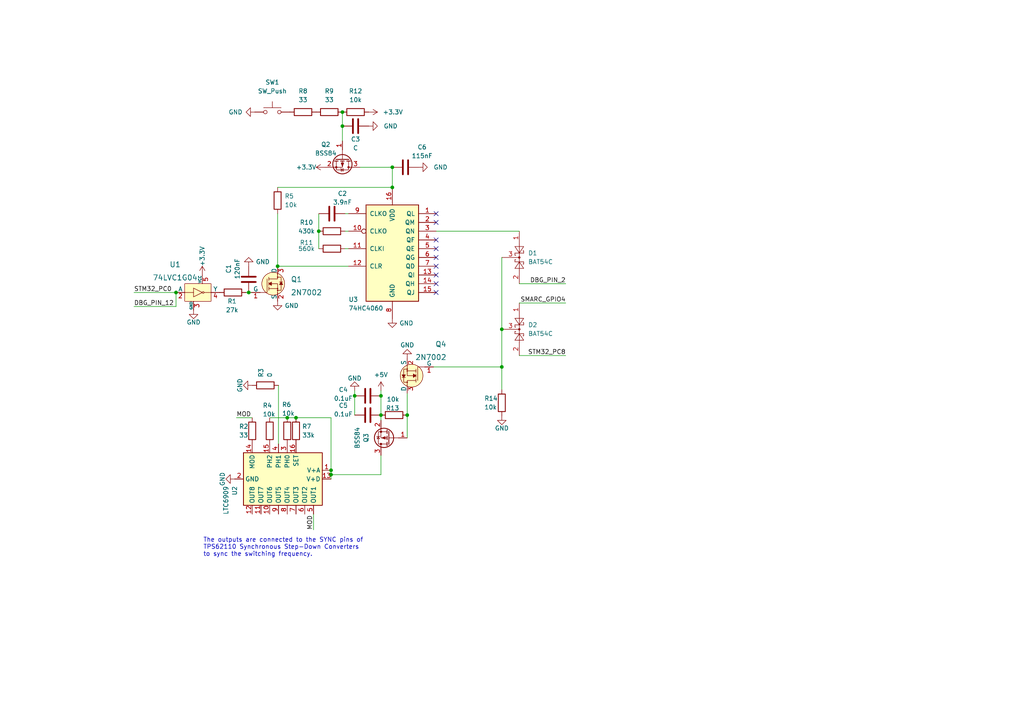
<source format=kicad_sch>
(kicad_sch (version 20211123) (generator eeschema)

  (uuid fd01310f-1d80-4472-8801-a4813be37ccd)

  (paper "A4")

  (title_block
    (title "Power Sequence Circuitry")
    (date "2023-08-01")
    (rev "1.0")
  )

  (lib_symbols
    (symbol "4xxx:74HC4060" (pin_names (offset 1.016)) (in_bom yes) (on_board yes)
      (property "Reference" "U" (id 0) (at -7.62 16.51 0)
        (effects (font (size 1.27 1.27)))
      )
      (property "Value" "74HC4060" (id 1) (at -7.62 -13.97 0)
        (effects (font (size 1.27 1.27)))
      )
      (property "Footprint" "" (id 2) (at 0 0 0)
        (effects (font (size 1.27 1.27)) hide)
      )
      (property "Datasheet" "https://www.ti.com/lit/ds/symlink/sn74hc4060.pdf" (id 3) (at 0 0 0)
        (effects (font (size 1.27 1.27)) hide)
      )
      (property "ki_keywords" "CMOS CNT CNT14" (id 4) (at 0 0 0)
        (effects (font (size 1.27 1.27)) hide)
      )
      (property "ki_description" "14-stage asynchronous binary counter and oscillator" (id 5) (at 0 0 0)
        (effects (font (size 1.27 1.27)) hide)
      )
      (property "ki_fp_filters" "DIP?16*" (id 6) (at 0 0 0)
        (effects (font (size 1.27 1.27)) hide)
      )
      (symbol "74HC4060_1_0"
        (pin output line (at 12.7 12.7 180) (length 5.08)
          (name "QL" (effects (font (size 1.27 1.27))))
          (number "1" (effects (font (size 1.27 1.27))))
        )
        (pin input inverted (at -12.7 7.62 0) (length 5.08)
          (name "CLKO" (effects (font (size 1.27 1.27))))
          (number "10" (effects (font (size 1.27 1.27))))
        )
        (pin input line (at -12.7 2.54 0) (length 5.08)
          (name "CLKI" (effects (font (size 1.27 1.27))))
          (number "11" (effects (font (size 1.27 1.27))))
        )
        (pin input line (at -12.7 -2.54 0) (length 5.08)
          (name "CLR" (effects (font (size 1.27 1.27))))
          (number "12" (effects (font (size 1.27 1.27))))
        )
        (pin output line (at 12.7 -5.08 180) (length 5.08)
          (name "QI" (effects (font (size 1.27 1.27))))
          (number "13" (effects (font (size 1.27 1.27))))
        )
        (pin output line (at 12.7 -7.62 180) (length 5.08)
          (name "QH" (effects (font (size 1.27 1.27))))
          (number "14" (effects (font (size 1.27 1.27))))
        )
        (pin output line (at 12.7 -10.16 180) (length 5.08)
          (name "QJ" (effects (font (size 1.27 1.27))))
          (number "15" (effects (font (size 1.27 1.27))))
        )
        (pin power_in line (at 0 20.32 270) (length 5.08)
          (name "VDD" (effects (font (size 1.27 1.27))))
          (number "16" (effects (font (size 1.27 1.27))))
        )
        (pin output line (at 12.7 10.16 180) (length 5.08)
          (name "QM" (effects (font (size 1.27 1.27))))
          (number "2" (effects (font (size 1.27 1.27))))
        )
        (pin output line (at 12.7 7.62 180) (length 5.08)
          (name "QN" (effects (font (size 1.27 1.27))))
          (number "3" (effects (font (size 1.27 1.27))))
        )
        (pin output line (at 12.7 5.08 180) (length 5.08)
          (name "QF" (effects (font (size 1.27 1.27))))
          (number "4" (effects (font (size 1.27 1.27))))
        )
        (pin output line (at 12.7 2.54 180) (length 5.08)
          (name "QE" (effects (font (size 1.27 1.27))))
          (number "5" (effects (font (size 1.27 1.27))))
        )
        (pin output line (at 12.7 0 180) (length 5.08)
          (name "QG" (effects (font (size 1.27 1.27))))
          (number "6" (effects (font (size 1.27 1.27))))
        )
        (pin output line (at 12.7 -2.54 180) (length 5.08)
          (name "QD" (effects (font (size 1.27 1.27))))
          (number "7" (effects (font (size 1.27 1.27))))
        )
        (pin power_in line (at 0 -17.78 90) (length 5.08)
          (name "GND" (effects (font (size 1.27 1.27))))
          (number "8" (effects (font (size 1.27 1.27))))
        )
        (pin input line (at -12.7 12.7 0) (length 5.08)
          (name "CLKO" (effects (font (size 1.27 1.27))))
          (number "9" (effects (font (size 1.27 1.27))))
        )
      )
      (symbol "74HC4060_1_1"
        (rectangle (start -7.62 15.24) (end 7.62 -12.7)
          (stroke (width 0.254) (type default) (color 0 0 0 0))
          (fill (type background))
        )
      )
    )
    (symbol "Device:C" (pin_numbers hide) (pin_names (offset 0.254)) (in_bom yes) (on_board yes)
      (property "Reference" "C" (id 0) (at 0.635 2.54 0)
        (effects (font (size 1.27 1.27)) (justify left))
      )
      (property "Value" "C" (id 1) (at 0.635 -2.54 0)
        (effects (font (size 1.27 1.27)) (justify left))
      )
      (property "Footprint" "" (id 2) (at 0.9652 -3.81 0)
        (effects (font (size 1.27 1.27)) hide)
      )
      (property "Datasheet" "~" (id 3) (at 0 0 0)
        (effects (font (size 1.27 1.27)) hide)
      )
      (property "ki_keywords" "cap capacitor" (id 4) (at 0 0 0)
        (effects (font (size 1.27 1.27)) hide)
      )
      (property "ki_description" "Unpolarized capacitor" (id 5) (at 0 0 0)
        (effects (font (size 1.27 1.27)) hide)
      )
      (property "ki_fp_filters" "C_*" (id 6) (at 0 0 0)
        (effects (font (size 1.27 1.27)) hide)
      )
      (symbol "C_0_1"
        (polyline
          (pts
            (xy -2.032 -0.762)
            (xy 2.032 -0.762)
          )
          (stroke (width 0.508) (type default) (color 0 0 0 0))
          (fill (type none))
        )
        (polyline
          (pts
            (xy -2.032 0.762)
            (xy 2.032 0.762)
          )
          (stroke (width 0.508) (type default) (color 0 0 0 0))
          (fill (type none))
        )
      )
      (symbol "C_1_1"
        (pin passive line (at 0 3.81 270) (length 2.794)
          (name "~" (effects (font (size 1.27 1.27))))
          (number "1" (effects (font (size 1.27 1.27))))
        )
        (pin passive line (at 0 -3.81 90) (length 2.794)
          (name "~" (effects (font (size 1.27 1.27))))
          (number "2" (effects (font (size 1.27 1.27))))
        )
      )
    )
    (symbol "Device:R" (pin_numbers hide) (pin_names (offset 0)) (in_bom yes) (on_board yes)
      (property "Reference" "R" (id 0) (at 2.032 0 90)
        (effects (font (size 1.27 1.27)))
      )
      (property "Value" "R" (id 1) (at 0 0 90)
        (effects (font (size 1.27 1.27)))
      )
      (property "Footprint" "" (id 2) (at -1.778 0 90)
        (effects (font (size 1.27 1.27)) hide)
      )
      (property "Datasheet" "~" (id 3) (at 0 0 0)
        (effects (font (size 1.27 1.27)) hide)
      )
      (property "ki_keywords" "R res resistor" (id 4) (at 0 0 0)
        (effects (font (size 1.27 1.27)) hide)
      )
      (property "ki_description" "Resistor" (id 5) (at 0 0 0)
        (effects (font (size 1.27 1.27)) hide)
      )
      (property "ki_fp_filters" "R_*" (id 6) (at 0 0 0)
        (effects (font (size 1.27 1.27)) hide)
      )
      (symbol "R_0_1"
        (rectangle (start -1.016 -2.54) (end 1.016 2.54)
          (stroke (width 0.254) (type default) (color 0 0 0 0))
          (fill (type none))
        )
      )
      (symbol "R_1_1"
        (pin passive line (at 0 3.81 270) (length 1.27)
          (name "~" (effects (font (size 1.27 1.27))))
          (number "1" (effects (font (size 1.27 1.27))))
        )
        (pin passive line (at 0 -3.81 90) (length 1.27)
          (name "~" (effects (font (size 1.27 1.27))))
          (number "2" (effects (font (size 1.27 1.27))))
        )
      )
    )
    (symbol "Diode:BAT54C" (pin_names (offset 1.016)) (in_bom yes) (on_board yes)
      (property "Reference" "D" (id 0) (at 0.635 -3.81 0)
        (effects (font (size 1.27 1.27)) (justify left))
      )
      (property "Value" "BAT54C" (id 1) (at -6.35 3.175 0)
        (effects (font (size 1.27 1.27)) (justify left))
      )
      (property "Footprint" "Package_TO_SOT_SMD:SOT-23" (id 2) (at 1.905 3.175 0)
        (effects (font (size 1.27 1.27)) (justify left) hide)
      )
      (property "Datasheet" "http://www.diodes.com/_files/datasheets/ds11005.pdf" (id 3) (at -2.032 0 0)
        (effects (font (size 1.27 1.27)) hide)
      )
      (property "ki_keywords" "schottky diode common cathode" (id 4) (at 0 0 0)
        (effects (font (size 1.27 1.27)) hide)
      )
      (property "ki_description" "dual schottky barrier diode, common cathode" (id 5) (at 0 0 0)
        (effects (font (size 1.27 1.27)) hide)
      )
      (property "ki_fp_filters" "SOT?23*" (id 6) (at 0 0 0)
        (effects (font (size 1.27 1.27)) hide)
      )
      (symbol "BAT54C_0_1"
        (polyline
          (pts
            (xy -1.905 0)
            (xy 1.905 0)
          )
          (stroke (width 0) (type default) (color 0 0 0 0))
          (fill (type none))
        )
        (polyline
          (pts
            (xy -1.905 1.27)
            (xy -1.905 1.016)
          )
          (stroke (width 0) (type default) (color 0 0 0 0))
          (fill (type none))
        )
        (polyline
          (pts
            (xy -1.27 -1.27)
            (xy -0.635 -1.27)
          )
          (stroke (width 0) (type default) (color 0 0 0 0))
          (fill (type none))
        )
        (polyline
          (pts
            (xy -1.27 0)
            (xy -3.81 0)
          )
          (stroke (width 0) (type default) (color 0 0 0 0))
          (fill (type none))
        )
        (polyline
          (pts
            (xy -1.27 1.27)
            (xy -1.905 1.27)
          )
          (stroke (width 0) (type default) (color 0 0 0 0))
          (fill (type none))
        )
        (polyline
          (pts
            (xy -1.27 1.27)
            (xy -1.27 -1.27)
          )
          (stroke (width 0) (type default) (color 0 0 0 0))
          (fill (type none))
        )
        (polyline
          (pts
            (xy -0.635 -1.27)
            (xy -0.635 -1.016)
          )
          (stroke (width 0) (type default) (color 0 0 0 0))
          (fill (type none))
        )
        (polyline
          (pts
            (xy 0.635 -1.27)
            (xy 0.635 -1.016)
          )
          (stroke (width 0) (type default) (color 0 0 0 0))
          (fill (type none))
        )
        (polyline
          (pts
            (xy 1.27 -1.27)
            (xy 0.635 -1.27)
          )
          (stroke (width 0) (type default) (color 0 0 0 0))
          (fill (type none))
        )
        (polyline
          (pts
            (xy 1.27 1.27)
            (xy 1.27 -1.27)
          )
          (stroke (width 0) (type default) (color 0 0 0 0))
          (fill (type none))
        )
        (polyline
          (pts
            (xy 1.27 1.27)
            (xy 1.905 1.27)
          )
          (stroke (width 0) (type default) (color 0 0 0 0))
          (fill (type none))
        )
        (polyline
          (pts
            (xy 1.905 1.27)
            (xy 1.905 1.016)
          )
          (stroke (width 0) (type default) (color 0 0 0 0))
          (fill (type none))
        )
        (polyline
          (pts
            (xy 3.81 0)
            (xy 1.27 0)
          )
          (stroke (width 0) (type default) (color 0 0 0 0))
          (fill (type none))
        )
        (polyline
          (pts
            (xy -3.175 -1.27)
            (xy -3.175 1.27)
            (xy -1.27 0)
            (xy -3.175 -1.27)
          )
          (stroke (width 0) (type default) (color 0 0 0 0))
          (fill (type none))
        )
        (polyline
          (pts
            (xy 3.175 -1.27)
            (xy 3.175 1.27)
            (xy 1.27 0)
            (xy 3.175 -1.27)
          )
          (stroke (width 0) (type default) (color 0 0 0 0))
          (fill (type none))
        )
        (circle (center 0 0) (radius 0.254)
          (stroke (width 0) (type default) (color 0 0 0 0))
          (fill (type outline))
        )
      )
      (symbol "BAT54C_1_1"
        (pin passive line (at -7.62 0 0) (length 3.81)
          (name "~" (effects (font (size 1.27 1.27))))
          (number "1" (effects (font (size 1.27 1.27))))
        )
        (pin passive line (at 7.62 0 180) (length 3.81)
          (name "~" (effects (font (size 1.27 1.27))))
          (number "2" (effects (font (size 1.27 1.27))))
        )
        (pin passive line (at 0 -5.08 90) (length 5.08)
          (name "~" (effects (font (size 1.27 1.27))))
          (number "3" (effects (font (size 1.27 1.27))))
        )
      )
    )
    (symbol "Switch:SW_Push" (pin_numbers hide) (pin_names (offset 1.016) hide) (in_bom yes) (on_board yes)
      (property "Reference" "SW" (id 0) (at 1.27 2.54 0)
        (effects (font (size 1.27 1.27)) (justify left))
      )
      (property "Value" "SW_Push" (id 1) (at 0 -1.524 0)
        (effects (font (size 1.27 1.27)))
      )
      (property "Footprint" "" (id 2) (at 0 5.08 0)
        (effects (font (size 1.27 1.27)) hide)
      )
      (property "Datasheet" "~" (id 3) (at 0 5.08 0)
        (effects (font (size 1.27 1.27)) hide)
      )
      (property "ki_keywords" "switch normally-open pushbutton push-button" (id 4) (at 0 0 0)
        (effects (font (size 1.27 1.27)) hide)
      )
      (property "ki_description" "Push button switch, generic, two pins" (id 5) (at 0 0 0)
        (effects (font (size 1.27 1.27)) hide)
      )
      (symbol "SW_Push_0_1"
        (circle (center -2.032 0) (radius 0.508)
          (stroke (width 0) (type default) (color 0 0 0 0))
          (fill (type none))
        )
        (polyline
          (pts
            (xy 0 1.27)
            (xy 0 3.048)
          )
          (stroke (width 0) (type default) (color 0 0 0 0))
          (fill (type none))
        )
        (polyline
          (pts
            (xy 2.54 1.27)
            (xy -2.54 1.27)
          )
          (stroke (width 0) (type default) (color 0 0 0 0))
          (fill (type none))
        )
        (circle (center 2.032 0) (radius 0.508)
          (stroke (width 0) (type default) (color 0 0 0 0))
          (fill (type none))
        )
        (pin passive line (at -5.08 0 0) (length 2.54)
          (name "1" (effects (font (size 1.27 1.27))))
          (number "1" (effects (font (size 1.27 1.27))))
        )
        (pin passive line (at 5.08 0 180) (length 2.54)
          (name "2" (effects (font (size 1.27 1.27))))
          (number "2" (effects (font (size 1.27 1.27))))
        )
      )
    )
    (symbol "Timer:LTC6909" (in_bom yes) (on_board yes)
      (property "Reference" "U" (id 0) (at -6.35 11.43 0)
        (effects (font (size 1.27 1.27)))
      )
      (property "Value" "LTC6909" (id 1) (at 5.08 11.43 0)
        (effects (font (size 1.27 1.27)))
      )
      (property "Footprint" "Package_SO:MSOP-16_3x4mm_P0.5mm" (id 2) (at 0 13.97 0)
        (effects (font (size 1.27 1.27)) hide)
      )
      (property "Datasheet" "https://www.analog.com/media/en/technical-documentation/data-sheets/6909fa.pdf" (id 3) (at -6.35 11.43 0)
        (effects (font (size 1.27 1.27)) hide)
      )
      (property "ki_keywords" "clock generator signal" (id 4) (at 0 0 0)
        (effects (font (size 1.27 1.27)) hide)
      )
      (property "ki_description" "Multiphase oscillator, spread spectrum frequency modulation, MSOP-16" (id 5) (at 0 0 0)
        (effects (font (size 1.27 1.27)) hide)
      )
      (property "ki_fp_filters" "MSOP*3x4mm*P0.5mm*" (id 6) (at 0 0 0)
        (effects (font (size 1.27 1.27)) hide)
      )
      (symbol "LTC6909_0_1"
        (rectangle (start -7.62 10.16) (end 7.62 -12.7)
          (stroke (width 0.254) (type default) (color 0 0 0 0))
          (fill (type background))
        )
      )
      (symbol "LTC6909_1_1"
        (pin power_in line (at -2.54 12.7 270) (length 2.54)
          (name "V+A" (effects (font (size 1.27 1.27))))
          (number "1" (effects (font (size 1.27 1.27))))
        )
        (pin tri_state line (at 10.16 -5.08 180) (length 2.54)
          (name "OUT6" (effects (font (size 1.27 1.27))))
          (number "10" (effects (font (size 1.27 1.27))))
        )
        (pin tri_state line (at 10.16 -7.62 180) (length 2.54)
          (name "OUT7" (effects (font (size 1.27 1.27))))
          (number "11" (effects (font (size 1.27 1.27))))
        )
        (pin tri_state line (at 10.16 -10.16 180) (length 2.54)
          (name "OUT8" (effects (font (size 1.27 1.27))))
          (number "12" (effects (font (size 1.27 1.27))))
        )
        (pin power_in line (at 0 12.7 270) (length 2.54)
          (name "V+D" (effects (font (size 1.27 1.27))))
          (number "13" (effects (font (size 1.27 1.27))))
        )
        (pin passive line (at -10.16 -10.16 0) (length 2.54)
          (name "MOD" (effects (font (size 1.27 1.27))))
          (number "14" (effects (font (size 1.27 1.27))))
        )
        (pin input line (at -10.16 -5.08 0) (length 2.54)
          (name "PH2" (effects (font (size 1.27 1.27))))
          (number "15" (effects (font (size 1.27 1.27))))
        )
        (pin passive line (at -10.16 2.54 0) (length 2.54)
          (name "SET" (effects (font (size 1.27 1.27))))
          (number "16" (effects (font (size 1.27 1.27))))
        )
        (pin power_in line (at 0 -15.24 90) (length 2.54)
          (name "GND" (effects (font (size 1.27 1.27))))
          (number "2" (effects (font (size 1.27 1.27))))
        )
        (pin input line (at -10.16 0 0) (length 2.54)
          (name "PH0" (effects (font (size 1.27 1.27))))
          (number "3" (effects (font (size 1.27 1.27))))
        )
        (pin input line (at -10.16 -2.54 0) (length 2.54)
          (name "PH1" (effects (font (size 1.27 1.27))))
          (number "4" (effects (font (size 1.27 1.27))))
        )
        (pin tri_state line (at 10.16 7.62 180) (length 2.54)
          (name "OUT1" (effects (font (size 1.27 1.27))))
          (number "5" (effects (font (size 1.27 1.27))))
        )
        (pin tri_state line (at 10.16 5.08 180) (length 2.54)
          (name "OUT2" (effects (font (size 1.27 1.27))))
          (number "6" (effects (font (size 1.27 1.27))))
        )
        (pin tri_state line (at 10.16 2.54 180) (length 2.54)
          (name "OUT3" (effects (font (size 1.27 1.27))))
          (number "7" (effects (font (size 1.27 1.27))))
        )
        (pin tri_state line (at 10.16 0 180) (length 2.54)
          (name "OUT4" (effects (font (size 1.27 1.27))))
          (number "8" (effects (font (size 1.27 1.27))))
        )
        (pin tri_state line (at 10.16 -2.54 180) (length 2.54)
          (name "OUT5" (effects (font (size 1.27 1.27))))
          (number "9" (effects (font (size 1.27 1.27))))
        )
      )
    )
    (symbol "Transistor_FET:BSS84" (pin_names hide) (in_bom yes) (on_board yes)
      (property "Reference" "Q" (id 0) (at 5.08 1.905 0)
        (effects (font (size 1.27 1.27)) (justify left))
      )
      (property "Value" "BSS84" (id 1) (at 5.08 0 0)
        (effects (font (size 1.27 1.27)) (justify left))
      )
      (property "Footprint" "Package_TO_SOT_SMD:SOT-23" (id 2) (at 5.08 -1.905 0)
        (effects (font (size 1.27 1.27) italic) (justify left) hide)
      )
      (property "Datasheet" "http://assets.nexperia.com/documents/data-sheet/BSS84.pdf" (id 3) (at 0 0 0)
        (effects (font (size 1.27 1.27)) (justify left) hide)
      )
      (property "ki_keywords" "P-Channel MOSFET" (id 4) (at 0 0 0)
        (effects (font (size 1.27 1.27)) hide)
      )
      (property "ki_description" "-0.13A Id, -50V Vds, P-Channel MOSFET, SOT-23" (id 5) (at 0 0 0)
        (effects (font (size 1.27 1.27)) hide)
      )
      (property "ki_fp_filters" "SOT?23*" (id 6) (at 0 0 0)
        (effects (font (size 1.27 1.27)) hide)
      )
      (symbol "BSS84_0_1"
        (polyline
          (pts
            (xy 0.254 0)
            (xy -2.54 0)
          )
          (stroke (width 0) (type default) (color 0 0 0 0))
          (fill (type none))
        )
        (polyline
          (pts
            (xy 0.254 1.905)
            (xy 0.254 -1.905)
          )
          (stroke (width 0.254) (type default) (color 0 0 0 0))
          (fill (type none))
        )
        (polyline
          (pts
            (xy 0.762 -1.27)
            (xy 0.762 -2.286)
          )
          (stroke (width 0.254) (type default) (color 0 0 0 0))
          (fill (type none))
        )
        (polyline
          (pts
            (xy 0.762 0.508)
            (xy 0.762 -0.508)
          )
          (stroke (width 0.254) (type default) (color 0 0 0 0))
          (fill (type none))
        )
        (polyline
          (pts
            (xy 0.762 2.286)
            (xy 0.762 1.27)
          )
          (stroke (width 0.254) (type default) (color 0 0 0 0))
          (fill (type none))
        )
        (polyline
          (pts
            (xy 2.54 2.54)
            (xy 2.54 1.778)
          )
          (stroke (width 0) (type default) (color 0 0 0 0))
          (fill (type none))
        )
        (polyline
          (pts
            (xy 2.54 -2.54)
            (xy 2.54 0)
            (xy 0.762 0)
          )
          (stroke (width 0) (type default) (color 0 0 0 0))
          (fill (type none))
        )
        (polyline
          (pts
            (xy 0.762 1.778)
            (xy 3.302 1.778)
            (xy 3.302 -1.778)
            (xy 0.762 -1.778)
          )
          (stroke (width 0) (type default) (color 0 0 0 0))
          (fill (type none))
        )
        (polyline
          (pts
            (xy 2.286 0)
            (xy 1.27 0.381)
            (xy 1.27 -0.381)
            (xy 2.286 0)
          )
          (stroke (width 0) (type default) (color 0 0 0 0))
          (fill (type outline))
        )
        (polyline
          (pts
            (xy 2.794 -0.508)
            (xy 2.921 -0.381)
            (xy 3.683 -0.381)
            (xy 3.81 -0.254)
          )
          (stroke (width 0) (type default) (color 0 0 0 0))
          (fill (type none))
        )
        (polyline
          (pts
            (xy 3.302 -0.381)
            (xy 2.921 0.254)
            (xy 3.683 0.254)
            (xy 3.302 -0.381)
          )
          (stroke (width 0) (type default) (color 0 0 0 0))
          (fill (type none))
        )
        (circle (center 1.651 0) (radius 2.794)
          (stroke (width 0.254) (type default) (color 0 0 0 0))
          (fill (type none))
        )
        (circle (center 2.54 -1.778) (radius 0.254)
          (stroke (width 0) (type default) (color 0 0 0 0))
          (fill (type outline))
        )
        (circle (center 2.54 1.778) (radius 0.254)
          (stroke (width 0) (type default) (color 0 0 0 0))
          (fill (type outline))
        )
      )
      (symbol "BSS84_1_1"
        (pin input line (at -5.08 0 0) (length 2.54)
          (name "G" (effects (font (size 1.27 1.27))))
          (number "1" (effects (font (size 1.27 1.27))))
        )
        (pin passive line (at 2.54 -5.08 90) (length 2.54)
          (name "S" (effects (font (size 1.27 1.27))))
          (number "2" (effects (font (size 1.27 1.27))))
        )
        (pin passive line (at 2.54 5.08 270) (length 2.54)
          (name "D" (effects (font (size 1.27 1.27))))
          (number "3" (effects (font (size 1.27 1.27))))
        )
      )
    )
    (symbol "dk_Logic-Gates-and-Inverters:SN74LVC1G04DBVR" (pin_names (offset 0)) (in_bom yes) (on_board yes)
      (property "Reference" "U" (id 0) (at -2.54 3.556 0)
        (effects (font (size 1.524 1.524)) (justify right))
      )
      (property "Value" "SN74LVC1G04DBVR" (id 1) (at -0.762 -3.81 0)
        (effects (font (size 1.524 1.524)) (justify left))
      )
      (property "Footprint" "digikey-footprints:SOT-753" (id 2) (at 5.08 5.08 0)
        (effects (font (size 1.524 1.524)) (justify left) hide)
      )
      (property "Datasheet" "http://www.ti.com/general/docs/suppproductinfo.tsp?distId=10&gotoUrl=http%3A%2F%2Fwww.ti.com%2Flit%2Fgpn%2Fsn74lvc1g04" (id 3) (at 5.08 7.62 0)
        (effects (font (size 1.524 1.524)) (justify left) hide)
      )
      (property "Digi-Key_PN" "296-11599-1-ND" (id 4) (at 5.08 10.16 0)
        (effects (font (size 1.524 1.524)) (justify left) hide)
      )
      (property "MPN" "SN74LVC1G04DBVR" (id 5) (at 5.08 12.7 0)
        (effects (font (size 1.524 1.524)) (justify left) hide)
      )
      (property "Category" "Integrated Circuits (ICs)" (id 6) (at 5.08 15.24 0)
        (effects (font (size 1.524 1.524)) (justify left) hide)
      )
      (property "Family" "Logic - Gates and Inverters" (id 7) (at 5.08 17.78 0)
        (effects (font (size 1.524 1.524)) (justify left) hide)
      )
      (property "DK_Datasheet_Link" "http://www.ti.com/general/docs/suppproductinfo.tsp?distId=10&gotoUrl=http%3A%2F%2Fwww.ti.com%2Flit%2Fgpn%2Fsn74lvc1g04" (id 8) (at 5.08 20.32 0)
        (effects (font (size 1.524 1.524)) (justify left) hide)
      )
      (property "DK_Detail_Page" "/product-detail/en/texas-instruments/SN74LVC1G04DBVR/296-11599-1-ND/385738" (id 9) (at 5.08 22.86 0)
        (effects (font (size 1.524 1.524)) (justify left) hide)
      )
      (property "Description" "IC INVERTER 1CH 1-INP SOT23-5" (id 10) (at 5.08 25.4 0)
        (effects (font (size 1.524 1.524)) (justify left) hide)
      )
      (property "Manufacturer" "Texas Instruments" (id 11) (at 5.08 27.94 0)
        (effects (font (size 1.524 1.524)) (justify left) hide)
      )
      (property "Status" "Active" (id 12) (at 5.08 30.48 0)
        (effects (font (size 1.524 1.524)) (justify left) hide)
      )
      (property "ki_keywords" "296-11599-1-ND 74LVC" (id 13) (at 0 0 0)
        (effects (font (size 1.27 1.27)) hide)
      )
      (property "ki_description" "IC INVERTER 1CH 1-INP SOT23-5" (id 14) (at 0 0 0)
        (effects (font (size 1.27 1.27)) hide)
      )
      (symbol "SN74LVC1G04DBVR_0_1"
        (rectangle (start -5.08 2.54) (end 2.54 -2.54)
          (stroke (width 0) (type default) (color 0 0 0 0))
          (fill (type background))
        )
        (polyline
          (pts
            (xy -2.54 0)
            (xy -5.08 0)
          )
          (stroke (width 0) (type default) (color 0 0 0 0))
          (fill (type none))
        )
        (polyline
          (pts
            (xy 2.54 0)
            (xy 0.508 0)
          )
          (stroke (width 0) (type default) (color 0 0 0 0))
          (fill (type none))
        )
        (polyline
          (pts
            (xy -2.54 1.27)
            (xy -2.54 -1.27)
            (xy 0 0)
            (xy -2.54 1.27)
          )
          (stroke (width 0) (type default) (color 0 0 0 0))
          (fill (type none))
        )
        (circle (center 0.254 0) (radius 0.254)
          (stroke (width 0) (type default) (color 0 0 0 0))
          (fill (type none))
        )
      )
      (symbol "SN74LVC1G04DBVR_1_1"
        (pin no_connect line (at -2.54 0 0) (length 2.54) hide
          (name "NC" (effects (font (size 1.27 1.27))))
          (number "1" (effects (font (size 1.27 1.27))))
        )
        (pin input line (at -7.62 0 0) (length 2.54)
          (name "A" (effects (font (size 1.27 1.27))))
          (number "2" (effects (font (size 1.27 1.27))))
        )
        (pin power_in line (at -2.54 -5.08 90) (length 2.54)
          (name "GND" (effects (font (size 0.75 0.75))))
          (number "3" (effects (font (size 1.27 1.27))))
        )
        (pin output line (at 5.08 0 180) (length 2.54)
          (name "Y" (effects (font (size 1.27 1.27))))
          (number "4" (effects (font (size 1.27 1.27))))
        )
        (pin power_in line (at 0 5.08 270) (length 2.54)
          (name "VCC" (effects (font (size 0.75 0.75))))
          (number "5" (effects (font (size 1.27 1.27))))
        )
      )
    )
    (symbol "dk_Transistors-FETs-MOSFETs-Single:2N7002" (pin_names (offset 0)) (in_bom yes) (on_board yes)
      (property "Reference" "Q" (id 0) (at -2.6924 3.6322 0)
        (effects (font (size 1.524 1.524)) (justify right))
      )
      (property "Value" "2N7002" (id 1) (at 3.4544 0 90)
        (effects (font (size 1.524 1.524)))
      )
      (property "Footprint" "digikey-footprints:SOT-23-3" (id 2) (at 5.08 5.08 0)
        (effects (font (size 1.524 1.524)) (justify left) hide)
      )
      (property "Datasheet" "https://www.onsemi.com/pub/Collateral/NDS7002A-D.PDF" (id 3) (at 5.08 7.62 0)
        (effects (font (size 1.524 1.524)) (justify left) hide)
      )
      (property "Digi-Key_PN" "2N7002NCT-ND" (id 4) (at 5.08 10.16 0)
        (effects (font (size 1.524 1.524)) (justify left) hide)
      )
      (property "MPN" "2N7002" (id 5) (at 5.08 12.7 0)
        (effects (font (size 1.524 1.524)) (justify left) hide)
      )
      (property "Category" "Discrete Semiconductor Products" (id 6) (at 5.08 15.24 0)
        (effects (font (size 1.524 1.524)) (justify left) hide)
      )
      (property "Family" "Transistors - FETs, MOSFETs - Single" (id 7) (at 5.08 17.78 0)
        (effects (font (size 1.524 1.524)) (justify left) hide)
      )
      (property "DK_Datasheet_Link" "https://www.onsemi.com/pub/Collateral/NDS7002A-D.PDF" (id 8) (at 5.08 20.32 0)
        (effects (font (size 1.524 1.524)) (justify left) hide)
      )
      (property "DK_Detail_Page" "/product-detail/en/on-semiconductor/2N7002/2N7002NCT-ND/244664" (id 9) (at 5.08 22.86 0)
        (effects (font (size 1.524 1.524)) (justify left) hide)
      )
      (property "Description" "MOSFET N-CH 60V 115MA SOT-23" (id 10) (at 5.08 25.4 0)
        (effects (font (size 1.524 1.524)) (justify left) hide)
      )
      (property "Manufacturer" "ON Semiconductor" (id 11) (at 5.08 27.94 0)
        (effects (font (size 1.524 1.524)) (justify left) hide)
      )
      (property "Status" "Active" (id 12) (at 5.08 30.48 0)
        (effects (font (size 1.524 1.524)) (justify left) hide)
      )
      (property "ki_keywords" "2N7002NCT-ND" (id 13) (at 0 0 0)
        (effects (font (size 1.27 1.27)) hide)
      )
      (property "ki_description" "MOSFET N-CH 60V 115MA SOT-23" (id 14) (at 0 0 0)
        (effects (font (size 1.27 1.27)) hide)
      )
      (symbol "2N7002_0_1"
        (circle (center -1.27 0) (radius 3.302)
          (stroke (width 0) (type default) (color 0 0 0 0))
          (fill (type background))
        )
        (circle (center 0 -1.905) (radius 0.127)
          (stroke (width 0) (type default) (color 0 0 0 0))
          (fill (type none))
        )
        (circle (center 0 -1.397) (radius 0.127)
          (stroke (width 0) (type default) (color 0 0 0 0))
          (fill (type none))
        )
        (polyline
          (pts
            (xy 0 -1.397)
            (xy -2.54 -1.397)
          )
          (stroke (width 0) (type default) (color 0 0 0 0))
          (fill (type none))
        )
        (polyline
          (pts
            (xy -5.08 -2.54)
            (xy -3.048 -2.54)
            (xy -3.048 1.397)
          )
          (stroke (width 0) (type default) (color 0 0 0 0))
          (fill (type none))
        )
        (polyline
          (pts
            (xy 0 -2.54)
            (xy 0 0)
            (xy -2.54 0)
          )
          (stroke (width 0) (type default) (color 0 0 0 0))
          (fill (type none))
        )
        (polyline
          (pts
            (xy 0 2.54)
            (xy 0 1.397)
            (xy -2.54 1.397)
          )
          (stroke (width 0) (type default) (color 0 0 0 0))
          (fill (type none))
        )
        (polyline
          (pts
            (xy -0.127 -1.905)
            (xy 1.016 -1.905)
            (xy 1.016 1.397)
            (xy 1.016 1.905)
            (xy -0.127 1.905)
          )
          (stroke (width 0) (type default) (color 0 0 0 0))
          (fill (type none))
        )
        (circle (center 0 1.905) (radius 0.127)
          (stroke (width 0) (type default) (color 0 0 0 0))
          (fill (type none))
        )
      )
      (symbol "2N7002_1_1"
        (polyline
          (pts
            (xy -2.54 -1.397)
            (xy -2.54 -1.905)
          )
          (stroke (width 0) (type default) (color 0 0 0 0))
          (fill (type none))
        )
        (polyline
          (pts
            (xy -2.54 -1.397)
            (xy -2.54 -0.889)
          )
          (stroke (width 0) (type default) (color 0 0 0 0))
          (fill (type none))
        )
        (polyline
          (pts
            (xy -2.54 0)
            (xy -2.54 -0.508)
          )
          (stroke (width 0) (type default) (color 0 0 0 0))
          (fill (type none))
        )
        (polyline
          (pts
            (xy -2.54 0)
            (xy -2.54 0.508)
          )
          (stroke (width 0) (type default) (color 0 0 0 0))
          (fill (type none))
        )
        (polyline
          (pts
            (xy -2.54 1.905)
            (xy -2.54 0.889)
          )
          (stroke (width 0) (type default) (color 0 0 0 0))
          (fill (type none))
        )
        (polyline
          (pts
            (xy 1.524 0.508)
            (xy 0.508 0.508)
          )
          (stroke (width 0) (type default) (color 0 0 0 0))
          (fill (type none))
        )
        (polyline
          (pts
            (xy -2.54 0)
            (xy -1.778 0.508)
            (xy -1.778 -0.508)
            (xy -2.54 0)
          )
          (stroke (width 0) (type default) (color 0 0 0 0))
          (fill (type outline))
        )
        (polyline
          (pts
            (xy 1.016 0.508)
            (xy 0.508 -0.254)
            (xy 1.524 -0.254)
            (xy 1.016 0.508)
          )
          (stroke (width 0) (type default) (color 0 0 0 0))
          (fill (type outline))
        )
        (pin bidirectional line (at -7.62 -2.54 0) (length 2.54)
          (name "G" (effects (font (size 1.27 1.27))))
          (number "1" (effects (font (size 1.27 1.27))))
        )
        (pin bidirectional line (at 0 -5.08 90) (length 2.54)
          (name "S" (effects (font (size 1.27 1.27))))
          (number "2" (effects (font (size 1.27 1.27))))
        )
        (pin bidirectional line (at 0 5.08 270) (length 2.54)
          (name "D" (effects (font (size 1.27 1.27))))
          (number "3" (effects (font (size 1.27 1.27))))
        )
      )
    )
    (symbol "power:+3.3V" (power) (pin_names (offset 0)) (in_bom yes) (on_board yes)
      (property "Reference" "#PWR" (id 0) (at 0 -3.81 0)
        (effects (font (size 1.27 1.27)) hide)
      )
      (property "Value" "+3.3V" (id 1) (at 0 3.556 0)
        (effects (font (size 1.27 1.27)))
      )
      (property "Footprint" "" (id 2) (at 0 0 0)
        (effects (font (size 1.27 1.27)) hide)
      )
      (property "Datasheet" "" (id 3) (at 0 0 0)
        (effects (font (size 1.27 1.27)) hide)
      )
      (property "ki_keywords" "global power" (id 4) (at 0 0 0)
        (effects (font (size 1.27 1.27)) hide)
      )
      (property "ki_description" "Power symbol creates a global label with name \"+3.3V\"" (id 5) (at 0 0 0)
        (effects (font (size 1.27 1.27)) hide)
      )
      (symbol "+3.3V_0_1"
        (polyline
          (pts
            (xy -0.762 1.27)
            (xy 0 2.54)
          )
          (stroke (width 0) (type default) (color 0 0 0 0))
          (fill (type none))
        )
        (polyline
          (pts
            (xy 0 0)
            (xy 0 2.54)
          )
          (stroke (width 0) (type default) (color 0 0 0 0))
          (fill (type none))
        )
        (polyline
          (pts
            (xy 0 2.54)
            (xy 0.762 1.27)
          )
          (stroke (width 0) (type default) (color 0 0 0 0))
          (fill (type none))
        )
      )
      (symbol "+3.3V_1_1"
        (pin power_in line (at 0 0 90) (length 0) hide
          (name "+3.3V" (effects (font (size 1.27 1.27))))
          (number "1" (effects (font (size 1.27 1.27))))
        )
      )
    )
    (symbol "power:+5V" (power) (pin_names (offset 0)) (in_bom yes) (on_board yes)
      (property "Reference" "#PWR" (id 0) (at 0 -3.81 0)
        (effects (font (size 1.27 1.27)) hide)
      )
      (property "Value" "+5V" (id 1) (at 0 3.556 0)
        (effects (font (size 1.27 1.27)))
      )
      (property "Footprint" "" (id 2) (at 0 0 0)
        (effects (font (size 1.27 1.27)) hide)
      )
      (property "Datasheet" "" (id 3) (at 0 0 0)
        (effects (font (size 1.27 1.27)) hide)
      )
      (property "ki_keywords" "global power" (id 4) (at 0 0 0)
        (effects (font (size 1.27 1.27)) hide)
      )
      (property "ki_description" "Power symbol creates a global label with name \"+5V\"" (id 5) (at 0 0 0)
        (effects (font (size 1.27 1.27)) hide)
      )
      (symbol "+5V_0_1"
        (polyline
          (pts
            (xy -0.762 1.27)
            (xy 0 2.54)
          )
          (stroke (width 0) (type default) (color 0 0 0 0))
          (fill (type none))
        )
        (polyline
          (pts
            (xy 0 0)
            (xy 0 2.54)
          )
          (stroke (width 0) (type default) (color 0 0 0 0))
          (fill (type none))
        )
        (polyline
          (pts
            (xy 0 2.54)
            (xy 0.762 1.27)
          )
          (stroke (width 0) (type default) (color 0 0 0 0))
          (fill (type none))
        )
      )
      (symbol "+5V_1_1"
        (pin power_in line (at 0 0 90) (length 0) hide
          (name "+5V" (effects (font (size 1.27 1.27))))
          (number "1" (effects (font (size 1.27 1.27))))
        )
      )
    )
    (symbol "power:GND" (power) (pin_names (offset 0)) (in_bom yes) (on_board yes)
      (property "Reference" "#PWR" (id 0) (at 0 -6.35 0)
        (effects (font (size 1.27 1.27)) hide)
      )
      (property "Value" "GND" (id 1) (at 0 -3.81 0)
        (effects (font (size 1.27 1.27)))
      )
      (property "Footprint" "" (id 2) (at 0 0 0)
        (effects (font (size 1.27 1.27)) hide)
      )
      (property "Datasheet" "" (id 3) (at 0 0 0)
        (effects (font (size 1.27 1.27)) hide)
      )
      (property "ki_keywords" "global power" (id 4) (at 0 0 0)
        (effects (font (size 1.27 1.27)) hide)
      )
      (property "ki_description" "Power symbol creates a global label with name \"GND\" , ground" (id 5) (at 0 0 0)
        (effects (font (size 1.27 1.27)) hide)
      )
      (symbol "GND_0_1"
        (polyline
          (pts
            (xy 0 0)
            (xy 0 -1.27)
            (xy 1.27 -1.27)
            (xy 0 -2.54)
            (xy -1.27 -1.27)
            (xy 0 -1.27)
          )
          (stroke (width 0) (type default) (color 0 0 0 0))
          (fill (type none))
        )
      )
      (symbol "GND_1_1"
        (pin power_in line (at 0 0 270) (length 0) hide
          (name "GND" (effects (font (size 1.27 1.27))))
          (number "1" (effects (font (size 1.27 1.27))))
        )
      )
    )
  )

  (junction (at 99.314 36.576) (diameter 0) (color 0 0 0 0)
    (uuid 0cb85e97-e88a-4e79-9bdd-de942f2750a2)
  )
  (junction (at 113.792 48.514) (diameter 0) (color 0 0 0 0)
    (uuid 32d1d40f-5490-462a-a2df-37ddcf557ec8)
  )
  (junction (at 80.518 77.216) (diameter 0) (color 0 0 0 0)
    (uuid 547fde7f-8448-4dde-8a74-9d6c6b1f8445)
  )
  (junction (at 118.11 120.396) (diameter 0) (color 0 0 0 0)
    (uuid 62edf603-f5e6-4db4-9d41-50afb0155754)
  )
  (junction (at 145.542 95.504) (diameter 0) (color 0 0 0 0)
    (uuid 668364bc-09ae-450b-8358-ee5eca09edae)
  )
  (junction (at 85.852 121.158) (diameter 0) (color 0 0 0 0)
    (uuid 708c9c49-75a6-465d-aab5-a8398a95de63)
  )
  (junction (at 92.456 67.056) (diameter 0) (color 0 0 0 0)
    (uuid 72a311e2-e69a-4847-a9b4-51a5754e1b74)
  )
  (junction (at 51.054 84.836) (diameter 0) (color 0 0 0 0)
    (uuid 7c18c07c-8639-4a90-91cf-a0a8006cf56b)
  )
  (junction (at 96.012 136.398) (diameter 0) (color 0 0 0 0)
    (uuid 7f3848ec-bf95-4f8c-8a22-a5503e629d78)
  )
  (junction (at 102.87 114.808) (diameter 0) (color 0 0 0 0)
    (uuid a6cf8ba6-a351-4d40-84cd-59d6c2c4e69b)
  )
  (junction (at 83.312 121.158) (diameter 0) (color 0 0 0 0)
    (uuid ac96bf4c-6722-4fde-bd0a-50c6c0ff3414)
  )
  (junction (at 110.49 120.396) (diameter 0) (color 0 0 0 0)
    (uuid b2e5ca99-da9b-4f2a-a2c4-d265ab7f455a)
  )
  (junction (at 72.136 84.836) (diameter 0) (color 0 0 0 0)
    (uuid b8ab069c-f50b-4911-9bdf-94645f16298e)
  )
  (junction (at 99.314 32.512) (diameter 0) (color 0 0 0 0)
    (uuid b97c4d57-70d4-452a-ae2c-5d2ca8e67cd4)
  )
  (junction (at 96.012 137.668) (diameter 0) (color 0 0 0 0)
    (uuid bad73f02-c1cc-4703-b3ed-e38ae6161d96)
  )
  (junction (at 110.49 114.808) (diameter 0) (color 0 0 0 0)
    (uuid bcd06305-b0a5-4849-b573-9bc44211aa6f)
  )
  (junction (at 145.542 106.426) (diameter 0) (color 0 0 0 0)
    (uuid c4c4d5eb-9207-490b-b1de-2db0a1dbc452)
  )
  (junction (at 113.792 54.356) (diameter 0) (color 0 0 0 0)
    (uuid dd38f924-5dc9-4d63-b5c3-7338445df66f)
  )

  (no_connect (at 126.492 79.756) (uuid 2324a5e1-5fd2-417f-9924-3a80d2328e4f))
  (no_connect (at 126.492 64.516) (uuid 43662067-d6b3-4c4b-b190-877b734c171d))
  (no_connect (at 126.492 77.216) (uuid 4fa60578-3549-4595-bed9-09f06a08d8c6))
  (no_connect (at 126.492 72.136) (uuid 89bd393f-f5b2-4adb-9e20-46cd35a8fc5d))
  (no_connect (at 126.492 84.836) (uuid ad991ed2-ccb0-4228-8a88-f281e6b436d2))
  (no_connect (at 126.492 82.296) (uuid d799f08b-d46b-426b-9168-8043feca669a))
  (no_connect (at 126.492 74.676) (uuid de3a5163-41e2-4246-a29f-b8ff1887ca05))
  (no_connect (at 126.492 61.976) (uuid e4851522-d4c4-407e-b7ec-0365ece2213a))
  (no_connect (at 126.492 69.596) (uuid f8edf52b-016c-42e0-a621-2f537292d024))

  (wire (pts (xy 38.862 84.836) (xy 51.054 84.836))
    (stroke (width 0) (type default) (color 0 0 0 0))
    (uuid 12189924-b642-409a-9d01-df5c471cb9c4)
  )
  (wire (pts (xy 83.312 121.158) (xy 85.852 121.158))
    (stroke (width 0) (type default) (color 0 0 0 0))
    (uuid 142003f0-6b29-4bfd-b920-ea3690e90cc8)
  )
  (wire (pts (xy 78.232 121.158) (xy 83.312 121.158))
    (stroke (width 0) (type default) (color 0 0 0 0))
    (uuid 17a3f5ea-053b-4bdc-b505-6703ef33a36d)
  )
  (wire (pts (xy 96.012 136.398) (xy 96.012 121.158))
    (stroke (width 0) (type default) (color 0 0 0 0))
    (uuid 17d59d94-17b5-4461-8af8-163923698d95)
  )
  (wire (pts (xy 150.622 67.056) (xy 126.492 67.056))
    (stroke (width 0) (type default) (color 0 0 0 0))
    (uuid 1ec23212-d85c-43fc-b304-953a985cd12c)
  )
  (wire (pts (xy 113.792 54.356) (xy 80.518 54.356))
    (stroke (width 0) (type default) (color 0 0 0 0))
    (uuid 205b0906-f0c0-493a-b9f2-a79b18a7ff41)
  )
  (wire (pts (xy 38.862 88.9) (xy 51.054 88.9))
    (stroke (width 0) (type default) (color 0 0 0 0))
    (uuid 2bc0cac0-4ad7-4280-8909-1c8881956997)
  )
  (wire (pts (xy 71.374 84.836) (xy 72.136 84.836))
    (stroke (width 0) (type default) (color 0 0 0 0))
    (uuid 3071656d-72f2-40c7-94a9-fa5f79c08aac)
  )
  (wire (pts (xy 110.49 113.284) (xy 110.49 114.808))
    (stroke (width 0) (type default) (color 0 0 0 0))
    (uuid 400eee45-d442-40b3-b7ec-13fda3600b1c)
  )
  (wire (pts (xy 51.054 84.836) (xy 51.054 88.9))
    (stroke (width 0) (type default) (color 0 0 0 0))
    (uuid 430d229c-e925-43f5-ad3f-273a3c0b733b)
  )
  (wire (pts (xy 72.136 84.836) (xy 72.898 84.836))
    (stroke (width 0) (type default) (color 0 0 0 0))
    (uuid 44056cb0-c657-4a5b-a398-3d52670fdc05)
  )
  (wire (pts (xy 110.49 121.92) (xy 110.49 120.396))
    (stroke (width 0) (type default) (color 0 0 0 0))
    (uuid 44120677-e7a1-4efc-bce4-5bc6a2e93953)
  )
  (wire (pts (xy 100.076 67.056) (xy 101.092 67.056))
    (stroke (width 0) (type default) (color 0 0 0 0))
    (uuid 45b0de9d-84ef-4bcd-8d41-9c5fa8b5a691)
  )
  (wire (pts (xy 164.084 103.124) (xy 150.622 103.124))
    (stroke (width 0) (type default) (color 0 0 0 0))
    (uuid 504fb778-bfc1-4b32-b14a-2699f8e00efa)
  )
  (wire (pts (xy 145.542 74.676) (xy 145.542 95.504))
    (stroke (width 0) (type default) (color 0 0 0 0))
    (uuid 513a5b6f-bbad-4231-a7b6-db661391394f)
  )
  (wire (pts (xy 99.314 36.576) (xy 99.314 40.894))
    (stroke (width 0) (type default) (color 0 0 0 0))
    (uuid 521fe912-0314-465e-a2b1-ec5e55813ce3)
  )
  (wire (pts (xy 164.084 82.296) (xy 150.622 82.296))
    (stroke (width 0) (type default) (color 0 0 0 0))
    (uuid 58bb653b-39ae-4c03-960b-5e6aa7ef3712)
  )
  (wire (pts (xy 100.076 61.976) (xy 101.092 61.976))
    (stroke (width 0) (type default) (color 0 0 0 0))
    (uuid 5c61d77f-f06c-4432-9dd1-2adeb3b8b028)
  )
  (wire (pts (xy 100.076 72.136) (xy 101.092 72.136))
    (stroke (width 0) (type default) (color 0 0 0 0))
    (uuid 6b5494a9-c040-4fcf-9139-3419f78762a0)
  )
  (wire (pts (xy 145.542 113.03) (xy 145.542 106.426))
    (stroke (width 0) (type default) (color 0 0 0 0))
    (uuid 6b8dd0ed-f8a2-4cb2-ac92-3e43bd3672cc)
  )
  (wire (pts (xy 90.932 153.67) (xy 90.932 149.098))
    (stroke (width 0) (type default) (color 0 0 0 0))
    (uuid 6c4707a3-ef2c-4cd5-89a7-3d06d2777a9a)
  )
  (wire (pts (xy 113.792 48.514) (xy 113.792 54.356))
    (stroke (width 0) (type default) (color 0 0 0 0))
    (uuid 7286816e-637e-4bbb-ab1c-feb69b5d3fb9)
  )
  (wire (pts (xy 92.456 67.056) (xy 92.456 72.136))
    (stroke (width 0) (type default) (color 0 0 0 0))
    (uuid 7952a306-deb2-49b0-8f57-aeac389e6cd1)
  )
  (wire (pts (xy 80.518 77.216) (xy 101.092 77.216))
    (stroke (width 0) (type default) (color 0 0 0 0))
    (uuid 86743a51-f943-425d-ba6e-fb5a1a1f9783)
  )
  (wire (pts (xy 68.58 121.158) (xy 73.152 121.158))
    (stroke (width 0) (type default) (color 0 0 0 0))
    (uuid 8dceaf6d-eed3-438b-8c4e-5426950c7635)
  )
  (wire (pts (xy 104.394 48.514) (xy 113.792 48.514))
    (stroke (width 0) (type default) (color 0 0 0 0))
    (uuid 8f1ffb26-9b8d-4fed-99d5-5c102b474fd2)
  )
  (wire (pts (xy 145.542 95.504) (xy 145.542 106.426))
    (stroke (width 0) (type default) (color 0 0 0 0))
    (uuid 955d17c0-53a6-4d72-8ce0-4e281806161f)
  )
  (wire (pts (xy 125.73 106.426) (xy 145.542 106.426))
    (stroke (width 0) (type default) (color 0 0 0 0))
    (uuid 968884e0-5dbd-4fe3-86d5-698a2b422f39)
  )
  (wire (pts (xy 110.49 120.396) (xy 110.49 114.808))
    (stroke (width 0) (type default) (color 0 0 0 0))
    (uuid 99e97611-8b34-4a83-9e01-c327eec5af9e)
  )
  (wire (pts (xy 102.87 113.284) (xy 102.87 114.808))
    (stroke (width 0) (type default) (color 0 0 0 0))
    (uuid 9f92fc4c-b1db-450f-9837-e467a02a234d)
  )
  (wire (pts (xy 80.518 61.976) (xy 80.518 77.216))
    (stroke (width 0) (type default) (color 0 0 0 0))
    (uuid a0ce4b80-8748-4f22-a77d-fe36dfd14a5c)
  )
  (wire (pts (xy 99.314 32.512) (xy 99.314 36.576))
    (stroke (width 0) (type default) (color 0 0 0 0))
    (uuid aca70218-272d-43e9-86d2-505cb0180ded)
  )
  (wire (pts (xy 118.11 120.396) (xy 118.11 127))
    (stroke (width 0) (type default) (color 0 0 0 0))
    (uuid af56da10-df23-44d8-a772-28a54db81958)
  )
  (wire (pts (xy 96.012 137.668) (xy 96.012 138.938))
    (stroke (width 0) (type default) (color 0 0 0 0))
    (uuid b163d021-a3f1-4cb2-8e90-145f70057e49)
  )
  (wire (pts (xy 80.772 111.76) (xy 80.772 128.778))
    (stroke (width 0) (type default) (color 0 0 0 0))
    (uuid b6b67306-635f-4400-9e9b-0dc6c8fed0b0)
  )
  (wire (pts (xy 164.084 87.884) (xy 150.622 87.884))
    (stroke (width 0) (type default) (color 0 0 0 0))
    (uuid bc783c76-2401-45a0-8735-d7d5941a65a1)
  )
  (wire (pts (xy 96.012 121.158) (xy 85.852 121.158))
    (stroke (width 0) (type default) (color 0 0 0 0))
    (uuid bca68e54-74b3-43dd-b127-36b9f7c3b4e9)
  )
  (wire (pts (xy 110.49 137.668) (xy 96.012 137.668))
    (stroke (width 0) (type default) (color 0 0 0 0))
    (uuid c61145ba-ac36-4e05-9f3b-8a8ee92f07a2)
  )
  (wire (pts (xy 102.87 114.808) (xy 102.87 120.396))
    (stroke (width 0) (type default) (color 0 0 0 0))
    (uuid df8fcc13-a008-4eb7-b765-2001875666f2)
  )
  (wire (pts (xy 92.456 61.976) (xy 92.456 67.056))
    (stroke (width 0) (type default) (color 0 0 0 0))
    (uuid eaebbb2b-8bd6-4505-9638-8a2401d655f9)
  )
  (wire (pts (xy 110.49 132.08) (xy 110.49 137.668))
    (stroke (width 0) (type default) (color 0 0 0 0))
    (uuid eb001f27-2bd5-43a6-97d1-b40b2baf0f2c)
  )
  (wire (pts (xy 118.11 114.046) (xy 118.11 120.396))
    (stroke (width 0) (type default) (color 0 0 0 0))
    (uuid eb83a390-b6af-4579-bcbf-f7c1c0af3574)
  )
  (wire (pts (xy 96.012 136.398) (xy 96.012 137.668))
    (stroke (width 0) (type default) (color 0 0 0 0))
    (uuid fde40799-2e74-478e-853a-1f5b999465ff)
  )

  (text "The outputs are connected to the SYNC pins of \nTPS62110 Synchronous Step-Down Converters \nto sync the switching frequency.\n"
    (at 58.928 161.544 0)
    (effects (font (size 1.27 1.27)) (justify left bottom))
    (uuid f65aabda-9dd2-432f-b74f-a95dd199a944)
  )

  (label "MOD" (at 68.58 121.158 0)
    (effects (font (size 1.27 1.27)) (justify left bottom))
    (uuid 388cfb13-bc16-4d56-acc8-5cf0472ed106)
  )
  (label "STM32_PC0" (at 38.862 84.836 0)
    (effects (font (size 1.27 1.27)) (justify left bottom))
    (uuid 4c8fe46e-3ed9-46ad-b851-fc7591f16f1f)
  )
  (label "DBG_PIN_12" (at 38.862 88.9 0)
    (effects (font (size 1.27 1.27)) (justify left bottom))
    (uuid 5ba7a830-89fd-4ed6-a520-20e5e590ec59)
  )
  (label "DBG_PIN_2" (at 164.084 82.296 180)
    (effects (font (size 1.27 1.27)) (justify right bottom))
    (uuid 7dd3b421-1852-4b36-949d-99a8e647fb3a)
  )
  (label "SMARC_GPIO4" (at 164.084 87.884 180)
    (effects (font (size 1.27 1.27)) (justify right bottom))
    (uuid 99827979-bb0f-49d1-979d-944de1dbfbfd)
  )
  (label "STM32_PC8" (at 164.084 103.124 180)
    (effects (font (size 1.27 1.27)) (justify right bottom))
    (uuid b9364b63-8a7a-4789-ac80-ac22fad17911)
  )
  (label "MOD" (at 90.932 153.67 90)
    (effects (font (size 1.27 1.27)) (justify left bottom))
    (uuid d02efc8b-e693-4777-b16e-e3f7d392c5d9)
  )

  (symbol (lib_id "Transistor_FET:BSS84") (at 99.314 45.974 270) (unit 1)
    (in_bom yes) (on_board yes)
    (uuid 07d78e91-2754-42c3-81a6-f23103f0d5a8)
    (property "Reference" "Q2" (id 0) (at 94.488 41.91 90))
    (property "Value" "BSS84" (id 1) (at 94.488 44.45 90))
    (property "Footprint" "Package_TO_SOT_SMD:SOT-23" (id 2) (at 97.409 51.054 0)
      (effects (font (size 1.27 1.27) italic) (justify left) hide)
    )
    (property "Datasheet" "http://assets.nexperia.com/documents/data-sheet/BSS84.pdf" (id 3) (at 99.314 45.974 0)
      (effects (font (size 1.27 1.27)) (justify left) hide)
    )
    (pin "1" (uuid 61bcfb59-49ed-4ec9-8b12-6b895e5add8f))
    (pin "2" (uuid 7d2f6945-aa4d-4627-af01-550ca8db3e8f))
    (pin "3" (uuid fc4e9e77-b1b2-42b0-8802-a7ce914c6dfa))
  )

  (symbol (lib_id "Switch:SW_Push") (at 78.994 32.512 0) (unit 1)
    (in_bom yes) (on_board yes) (fields_autoplaced)
    (uuid 0d0ccab5-703f-4f49-bf59-8626d8d321f9)
    (property "Reference" "SW1" (id 0) (at 78.994 23.876 0))
    (property "Value" "SW_Push" (id 1) (at 78.994 26.416 0))
    (property "Footprint" "" (id 2) (at 78.994 27.432 0)
      (effects (font (size 1.27 1.27)) hide)
    )
    (property "Datasheet" "~" (id 3) (at 78.994 27.432 0)
      (effects (font (size 1.27 1.27)) hide)
    )
    (pin "1" (uuid 3ba4942e-b072-416c-b4bc-1e3752e48446))
    (pin "2" (uuid 43dba993-c4d8-4599-bc39-5ed68b439d38))
  )

  (symbol (lib_id "Device:R") (at 95.504 32.512 90) (unit 1)
    (in_bom yes) (on_board yes) (fields_autoplaced)
    (uuid 0ff4dafe-26d1-48bc-b0f5-f2b978a0f7a9)
    (property "Reference" "R9" (id 0) (at 95.504 26.416 90))
    (property "Value" "33" (id 1) (at 95.504 28.956 90))
    (property "Footprint" "" (id 2) (at 95.504 34.29 90)
      (effects (font (size 1.27 1.27)) hide)
    )
    (property "Datasheet" "~" (id 3) (at 95.504 32.512 0)
      (effects (font (size 1.27 1.27)) hide)
    )
    (pin "1" (uuid 1972302a-7319-4359-9563-d4d6b8c72b34))
    (pin "2" (uuid 0c621c2d-c097-4888-9b63-f32a64c8827d))
  )

  (symbol (lib_id "Device:C") (at 117.602 48.514 90) (unit 1)
    (in_bom yes) (on_board yes)
    (uuid 11e4c73f-229e-44d5-908f-24bd6ae71b88)
    (property "Reference" "C6" (id 0) (at 122.428 42.672 90))
    (property "Value" "115nF" (id 1) (at 122.428 45.212 90))
    (property "Footprint" "" (id 2) (at 121.412 47.5488 0)
      (effects (font (size 1.27 1.27)) hide)
    )
    (property "Datasheet" "~" (id 3) (at 117.602 48.514 0)
      (effects (font (size 1.27 1.27)) hide)
    )
    (pin "1" (uuid 4d8bb0dd-737f-4cb1-9436-c3ce49c1fde1))
    (pin "2" (uuid 85ba126b-2f67-4cde-8c52-b84c7c5a666b))
  )

  (symbol (lib_id "power:GND") (at 73.152 111.76 270) (unit 1)
    (in_bom yes) (on_board yes)
    (uuid 16219f65-3f16-4bed-8d3f-de9a69cc51c6)
    (property "Reference" "#PWR05" (id 0) (at 66.802 111.76 0)
      (effects (font (size 1.27 1.27)) hide)
    )
    (property "Value" "GND" (id 1) (at 69.596 109.728 0)
      (effects (font (size 1.27 1.27)) (justify left))
    )
    (property "Footprint" "" (id 2) (at 73.152 111.76 0)
      (effects (font (size 1.27 1.27)) hide)
    )
    (property "Datasheet" "" (id 3) (at 73.152 111.76 0)
      (effects (font (size 1.27 1.27)) hide)
    )
    (pin "1" (uuid 0921dbc6-d122-488e-97b8-d155c1b86a9e))
  )

  (symbol (lib_id "Device:R") (at 103.124 32.512 90) (unit 1)
    (in_bom yes) (on_board yes) (fields_autoplaced)
    (uuid 29da73ce-7b4c-4fc0-b4d3-f0c4f5129a08)
    (property "Reference" "R12" (id 0) (at 103.124 26.416 90))
    (property "Value" "10k" (id 1) (at 103.124 28.956 90))
    (property "Footprint" "" (id 2) (at 103.124 34.29 90)
      (effects (font (size 1.27 1.27)) hide)
    )
    (property "Datasheet" "~" (id 3) (at 103.124 32.512 0)
      (effects (font (size 1.27 1.27)) hide)
    )
    (pin "1" (uuid 069e0a6c-fc35-492b-a6df-6de43e3f780c))
    (pin "2" (uuid d7bbf475-7394-4350-9fc8-490359d59ca5))
  )

  (symbol (lib_id "Device:R") (at 145.542 116.84 180) (unit 1)
    (in_bom yes) (on_board yes)
    (uuid 2b7a14c5-9de6-4d51-9775-a859e9b08253)
    (property "Reference" "R14" (id 0) (at 140.462 115.57 0)
      (effects (font (size 1.27 1.27)) (justify right))
    )
    (property "Value" "10k" (id 1) (at 140.462 118.11 0)
      (effects (font (size 1.27 1.27)) (justify right))
    )
    (property "Footprint" "" (id 2) (at 147.32 116.84 90)
      (effects (font (size 1.27 1.27)) hide)
    )
    (property "Datasheet" "~" (id 3) (at 145.542 116.84 0)
      (effects (font (size 1.27 1.27)) hide)
    )
    (pin "1" (uuid 3cfdee6f-6d0f-4757-88b0-8ea3c267a1a9))
    (pin "2" (uuid 65ab2f03-fe14-4c81-899f-dd066f079e8a))
  )

  (symbol (lib_id "Device:C") (at 96.266 61.976 90) (unit 1)
    (in_bom yes) (on_board yes)
    (uuid 3723fde3-caa5-4039-b5b1-4b54278612e2)
    (property "Reference" "C2" (id 0) (at 99.314 56.134 90))
    (property "Value" "3.9nF" (id 1) (at 99.314 58.674 90))
    (property "Footprint" "" (id 2) (at 100.076 61.0108 0)
      (effects (font (size 1.27 1.27)) hide)
    )
    (property "Datasheet" "~" (id 3) (at 96.266 61.976 0)
      (effects (font (size 1.27 1.27)) hide)
    )
    (pin "1" (uuid b328e8b0-63a4-482c-9bf1-e56254cb136d))
    (pin "2" (uuid d2ea6607-dccc-41ac-8899-41afe5360209))
  )

  (symbol (lib_id "power:GND") (at 113.792 92.456 0) (unit 1)
    (in_bom yes) (on_board yes) (fields_autoplaced)
    (uuid 3908eff4-ffdf-4538-bfe9-36179629253f)
    (property "Reference" "#PWR013" (id 0) (at 113.792 98.806 0)
      (effects (font (size 1.27 1.27)) hide)
    )
    (property "Value" "GND" (id 1) (at 115.824 93.7259 0)
      (effects (font (size 1.27 1.27)) (justify left))
    )
    (property "Footprint" "" (id 2) (at 113.792 92.456 0)
      (effects (font (size 1.27 1.27)) hide)
    )
    (property "Datasheet" "" (id 3) (at 113.792 92.456 0)
      (effects (font (size 1.27 1.27)) hide)
    )
    (pin "1" (uuid 809c32d4-115d-4a12-ae4c-4835775038de))
  )

  (symbol (lib_id "4xxx:74HC4060") (at 113.792 74.676 0) (unit 1)
    (in_bom yes) (on_board yes)
    (uuid 39e81583-758a-4a6b-9e14-429a40978452)
    (property "Reference" "U3" (id 0) (at 101.092 86.868 0)
      (effects (font (size 1.27 1.27)) (justify left))
    )
    (property "Value" "74HC4060" (id 1) (at 101.092 89.408 0)
      (effects (font (size 1.27 1.27)) (justify left))
    )
    (property "Footprint" "" (id 2) (at 113.792 74.676 0)
      (effects (font (size 1.27 1.27)) hide)
    )
    (property "Datasheet" "https://www.ti.com/lit/ds/symlink/sn74hc4060.pdf" (id 3) (at 113.792 74.676 0)
      (effects (font (size 1.27 1.27)) hide)
    )
    (pin "1" (uuid e41abd7d-3846-49a4-92a3-980518b7a06a))
    (pin "10" (uuid 83943356-990b-4ad9-8594-dbc5f32bec19))
    (pin "11" (uuid 35b74c11-c198-4018-98aa-505869889417))
    (pin "12" (uuid 4ad86425-df57-4648-842a-da5109010bc7))
    (pin "13" (uuid 2f704a08-b4fc-4234-92c8-f5b5e04cbc42))
    (pin "14" (uuid 34549c0a-b02a-4a01-bb1e-608d4ccff5cb))
    (pin "15" (uuid 029c51db-e695-491b-909b-fb917a70d552))
    (pin "16" (uuid 344ae41d-c93e-4296-8729-1d6716ea6e78))
    (pin "2" (uuid bcf02030-18b3-494d-88a3-75e56ed3073a))
    (pin "3" (uuid f6eacf69-3454-4980-8871-608f4c27fd7d))
    (pin "4" (uuid d7623843-162c-49af-857f-4724346b79f5))
    (pin "5" (uuid 66c8273b-c178-43c0-950c-ccfd8596e769))
    (pin "6" (uuid 9cafc920-d561-4b79-bdb0-cfdfbff18cb2))
    (pin "7" (uuid 6ad4f229-4420-41c7-ac17-f4d0bf72cc85))
    (pin "8" (uuid be83631f-0b80-47c4-8755-4133366ea080))
    (pin "9" (uuid d7f25ea9-f6bb-4f6f-9933-e6510c8782f9))
  )

  (symbol (lib_id "power:GND") (at 73.914 32.512 270) (unit 1)
    (in_bom yes) (on_board yes) (fields_autoplaced)
    (uuid 415fb227-9114-4d05-85a2-cfcc05e77e79)
    (property "Reference" "#PWR06" (id 0) (at 67.564 32.512 0)
      (effects (font (size 1.27 1.27)) hide)
    )
    (property "Value" "GND" (id 1) (at 70.358 32.5119 90)
      (effects (font (size 1.27 1.27)) (justify right))
    )
    (property "Footprint" "" (id 2) (at 73.914 32.512 0)
      (effects (font (size 1.27 1.27)) hide)
    )
    (property "Datasheet" "" (id 3) (at 73.914 32.512 0)
      (effects (font (size 1.27 1.27)) hide)
    )
    (pin "1" (uuid 5b0c1414-02a4-48b0-9b9d-a75b90416919))
  )

  (symbol (lib_id "power:GND") (at 68.072 138.938 270) (unit 1)
    (in_bom yes) (on_board yes)
    (uuid 42330bf2-2d85-4fb2-813c-b4a7ad76fadd)
    (property "Reference" "#PWR03" (id 0) (at 61.722 138.938 0)
      (effects (font (size 1.27 1.27)) hide)
    )
    (property "Value" "GND" (id 1) (at 64.516 136.906 0)
      (effects (font (size 1.27 1.27)) (justify left))
    )
    (property "Footprint" "" (id 2) (at 68.072 138.938 0)
      (effects (font (size 1.27 1.27)) hide)
    )
    (property "Datasheet" "" (id 3) (at 68.072 138.938 0)
      (effects (font (size 1.27 1.27)) hide)
    )
    (pin "1" (uuid 4a4dd67d-8563-4d78-8db9-da32db9ac1b7))
  )

  (symbol (lib_id "Timer:LTC6909") (at 83.312 138.938 270) (unit 1)
    (in_bom yes) (on_board yes) (fields_autoplaced)
    (uuid 47baa998-2236-4465-9965-e4925a74ac52)
    (property "Reference" "U2" (id 0) (at 68.072 140.9574 0)
      (effects (font (size 1.27 1.27)) (justify left))
    )
    (property "Value" "LTC6909" (id 1) (at 65.532 140.9574 0)
      (effects (font (size 1.27 1.27)) (justify left))
    )
    (property "Footprint" "Package_SO:MSOP-16_3x4mm_P0.5mm" (id 2) (at 97.282 138.938 0)
      (effects (font (size 1.27 1.27)) hide)
    )
    (property "Datasheet" "https://www.analog.com/media/en/technical-documentation/data-sheets/6909fa.pdf" (id 3) (at 94.742 132.588 0)
      (effects (font (size 1.27 1.27)) hide)
    )
    (pin "1" (uuid b2afd179-08ee-476a-acb5-fcae8345626d))
    (pin "10" (uuid a1f1742f-3946-4b55-84cc-1cb22d1deccb))
    (pin "11" (uuid ef33e4eb-b04a-40d6-99f4-e34033326323))
    (pin "12" (uuid c2443287-9bb2-4ce8-95c5-4710b4dc07f1))
    (pin "13" (uuid 1a6eef14-70ad-4b54-8e0b-f9b7d1476a88))
    (pin "14" (uuid c0c5a3b3-3884-4a67-9729-33d080b48c18))
    (pin "15" (uuid 123ea48f-fa1f-4c5e-bba0-bb77d4649473))
    (pin "16" (uuid c8ab2ea3-f275-4eeb-bb5c-55a8e70cf91c))
    (pin "2" (uuid a64a0d10-8c6a-4c19-8a5f-138d7f68f850))
    (pin "3" (uuid 74d64864-b091-4fee-8a5b-c0a577b33c04))
    (pin "4" (uuid c64c4e00-9d3a-451c-b907-4c1d60b23dae))
    (pin "5" (uuid e57dfabc-faf2-48c2-aadd-8aba7020d148))
    (pin "6" (uuid 82e1e070-1242-49b6-9cf0-10294a40cf54))
    (pin "7" (uuid a1036f3c-e36f-4354-b3a6-aafae8725c17))
    (pin "8" (uuid 1c824b79-090f-4e3b-80f2-0f89ee12f75c))
    (pin "9" (uuid 20acf21b-b151-4cb9-aeae-edebf1356d09))
  )

  (symbol (lib_id "power:+5V") (at 110.49 113.284 0) (unit 1)
    (in_bom yes) (on_board yes)
    (uuid 489d15e8-e1a3-4b99-9724-e6369f50e751)
    (property "Reference" "#PWR012" (id 0) (at 110.49 117.094 0)
      (effects (font (size 1.27 1.27)) hide)
    )
    (property "Value" "+5V" (id 1) (at 110.49 108.712 0))
    (property "Footprint" "" (id 2) (at 110.49 113.284 0)
      (effects (font (size 1.27 1.27)) hide)
    )
    (property "Datasheet" "" (id 3) (at 110.49 113.284 0)
      (effects (font (size 1.27 1.27)) hide)
    )
    (pin "1" (uuid ce820b4c-8059-4a34-abcd-1e8f5d91699d))
  )

  (symbol (lib_id "Device:C") (at 103.124 36.576 90) (unit 1)
    (in_bom yes) (on_board yes)
    (uuid 49ac8a08-8519-480f-9d97-2b0738897ccc)
    (property "Reference" "C3" (id 0) (at 103.124 40.386 90))
    (property "Value" "C" (id 1) (at 103.124 42.926 90))
    (property "Footprint" "" (id 2) (at 106.934 35.6108 0)
      (effects (font (size 1.27 1.27)) hide)
    )
    (property "Datasheet" "~" (id 3) (at 103.124 36.576 0)
      (effects (font (size 1.27 1.27)) hide)
    )
    (pin "1" (uuid 20da4b86-aaa3-476a-8920-655a870e8407))
    (pin "2" (uuid 95c61d9e-8316-444c-b5c7-234d555b771d))
  )

  (symbol (lib_id "power:GND") (at 102.87 113.284 180) (unit 1)
    (in_bom yes) (on_board yes)
    (uuid 4bd242ff-78ca-4550-b099-962ebb49cbe4)
    (property "Reference" "#PWR09" (id 0) (at 102.87 106.934 0)
      (effects (font (size 1.27 1.27)) hide)
    )
    (property "Value" "GND" (id 1) (at 104.902 109.728 0)
      (effects (font (size 1.27 1.27)) (justify left))
    )
    (property "Footprint" "" (id 2) (at 102.87 113.284 0)
      (effects (font (size 1.27 1.27)) hide)
    )
    (property "Datasheet" "" (id 3) (at 102.87 113.284 0)
      (effects (font (size 1.27 1.27)) hide)
    )
    (pin "1" (uuid a2146ccf-4bec-446e-ad82-e7e7d553e3d1))
  )

  (symbol (lib_id "Device:R") (at 96.266 72.136 90) (mirror x) (unit 1)
    (in_bom yes) (on_board yes)
    (uuid 4f8abd29-edd7-481e-a35c-1d4ef77ad3bd)
    (property "Reference" "R11" (id 0) (at 88.9 70.358 90))
    (property "Value" "560k" (id 1) (at 88.9 72.136 90))
    (property "Footprint" "" (id 2) (at 96.266 70.358 90)
      (effects (font (size 1.27 1.27)) hide)
    )
    (property "Datasheet" "~" (id 3) (at 96.266 72.136 0)
      (effects (font (size 1.27 1.27)) hide)
    )
    (pin "1" (uuid cd17a9d0-04dc-4ede-8ac0-4474014ec98f))
    (pin "2" (uuid a07b8608-32bd-4911-85cf-8c9e9067582f))
  )

  (symbol (lib_id "power:GND") (at 72.136 77.216 180) (unit 1)
    (in_bom yes) (on_board yes) (fields_autoplaced)
    (uuid 53c60967-b8a1-44df-a9a9-f18732666515)
    (property "Reference" "#PWR04" (id 0) (at 72.136 70.866 0)
      (effects (font (size 1.27 1.27)) hide)
    )
    (property "Value" "GND" (id 1) (at 74.168 75.9459 0)
      (effects (font (size 1.27 1.27)) (justify right))
    )
    (property "Footprint" "" (id 2) (at 72.136 77.216 0)
      (effects (font (size 1.27 1.27)) hide)
    )
    (property "Datasheet" "" (id 3) (at 72.136 77.216 0)
      (effects (font (size 1.27 1.27)) hide)
    )
    (pin "1" (uuid 29dbb3b2-161f-426b-a69e-17138eb81063))
  )

  (symbol (lib_id "Device:R") (at 83.312 124.968 180) (unit 1)
    (in_bom yes) (on_board yes)
    (uuid 59679bb3-7dbe-48d9-bb3d-3e4a5ca134ba)
    (property "Reference" "R6" (id 0) (at 81.788 117.348 0)
      (effects (font (size 1.27 1.27)) (justify right))
    )
    (property "Value" "10k" (id 1) (at 81.788 119.888 0)
      (effects (font (size 1.27 1.27)) (justify right))
    )
    (property "Footprint" "" (id 2) (at 85.09 124.968 90)
      (effects (font (size 1.27 1.27)) hide)
    )
    (property "Datasheet" "~" (id 3) (at 83.312 124.968 0)
      (effects (font (size 1.27 1.27)) hide)
    )
    (pin "1" (uuid 4f6e4b15-8fba-4a01-a6df-31b941799a6f))
    (pin "2" (uuid 326e3049-8e1a-4438-ac3c-b517a41480f5))
  )

  (symbol (lib_id "dk_Transistors-FETs-MOSFETs-Single:2N7002") (at 118.11 108.966 180) (unit 1)
    (in_bom yes) (on_board yes)
    (uuid 5c95cb36-851e-4b66-9c20-df34f1ed789c)
    (property "Reference" "Q4" (id 0) (at 129.54 99.822 0)
      (effects (font (size 1.524 1.524)) (justify left))
    )
    (property "Value" "2N7002" (id 1) (at 129.54 103.632 0)
      (effects (font (size 1.524 1.524)) (justify left))
    )
    (property "Footprint" "digikey-footprints:SOT-23-3" (id 2) (at 113.03 114.046 0)
      (effects (font (size 1.524 1.524)) (justify left) hide)
    )
    (property "Datasheet" "https://www.onsemi.com/pub/Collateral/NDS7002A-D.PDF" (id 3) (at 113.03 116.586 0)
      (effects (font (size 1.524 1.524)) (justify left) hide)
    )
    (property "Digi-Key_PN" "2N7002NCT-ND" (id 4) (at 113.03 119.126 0)
      (effects (font (size 1.524 1.524)) (justify left) hide)
    )
    (property "MPN" "2N7002" (id 5) (at 113.03 121.666 0)
      (effects (font (size 1.524 1.524)) (justify left) hide)
    )
    (property "Category" "Discrete Semiconductor Products" (id 6) (at 113.03 124.206 0)
      (effects (font (size 1.524 1.524)) (justify left) hide)
    )
    (property "Family" "Transistors - FETs, MOSFETs - Single" (id 7) (at 113.03 126.746 0)
      (effects (font (size 1.524 1.524)) (justify left) hide)
    )
    (property "DK_Datasheet_Link" "https://www.onsemi.com/pub/Collateral/NDS7002A-D.PDF" (id 8) (at 113.03 129.286 0)
      (effects (font (size 1.524 1.524)) (justify left) hide)
    )
    (property "DK_Detail_Page" "/product-detail/en/on-semiconductor/2N7002/2N7002NCT-ND/244664" (id 9) (at 113.03 131.826 0)
      (effects (font (size 1.524 1.524)) (justify left) hide)
    )
    (property "Description" "MOSFET N-CH 60V 115MA SOT-23" (id 10) (at 113.03 134.366 0)
      (effects (font (size 1.524 1.524)) (justify left) hide)
    )
    (property "Manufacturer" "ON Semiconductor" (id 11) (at 113.03 136.906 0)
      (effects (font (size 1.524 1.524)) (justify left) hide)
    )
    (property "Status" "Active" (id 12) (at 113.03 139.446 0)
      (effects (font (size 1.524 1.524)) (justify left) hide)
    )
    (pin "1" (uuid f624edf8-ff1f-4282-a502-f2b16706c883))
    (pin "2" (uuid 39cc1f07-8ea3-4947-b8ff-dbae266a237b))
    (pin "3" (uuid bcb77fa1-70bc-4cdd-8d2f-619d62096139))
  )

  (symbol (lib_id "power:GND") (at 121.412 48.514 90) (unit 1)
    (in_bom yes) (on_board yes) (fields_autoplaced)
    (uuid 6e571e32-9dc0-4867-830e-da7140dc77de)
    (property "Reference" "#PWR015" (id 0) (at 127.762 48.514 0)
      (effects (font (size 1.27 1.27)) hide)
    )
    (property "Value" "GND" (id 1) (at 125.73 48.5139 90)
      (effects (font (size 1.27 1.27)) (justify right))
    )
    (property "Footprint" "" (id 2) (at 121.412 48.514 0)
      (effects (font (size 1.27 1.27)) hide)
    )
    (property "Datasheet" "" (id 3) (at 121.412 48.514 0)
      (effects (font (size 1.27 1.27)) hide)
    )
    (pin "1" (uuid b01b75e5-d3e8-4333-8558-1d7aa51e377a))
  )

  (symbol (lib_id "Device:C") (at 106.68 114.808 90) (unit 1)
    (in_bom yes) (on_board yes)
    (uuid 732b8007-d9f3-4ee2-aebf-6889dc6f448b)
    (property "Reference" "C4" (id 0) (at 99.568 113.03 90))
    (property "Value" "0.1uF" (id 1) (at 99.568 115.57 90))
    (property "Footprint" "" (id 2) (at 110.49 113.8428 0)
      (effects (font (size 1.27 1.27)) hide)
    )
    (property "Datasheet" "~" (id 3) (at 106.68 114.808 0)
      (effects (font (size 1.27 1.27)) hide)
    )
    (pin "1" (uuid faea77af-a37a-4ebf-8c59-fe46a7b3f0e3))
    (pin "2" (uuid d544e12e-9a64-4f24-bba1-4c4f2cf1bced))
  )

  (symbol (lib_id "power:GND") (at 106.934 36.576 90) (unit 1)
    (in_bom yes) (on_board yes) (fields_autoplaced)
    (uuid 7517e1e9-4e46-47db-b51f-e3ff2a9342b7)
    (property "Reference" "#PWR011" (id 0) (at 113.284 36.576 0)
      (effects (font (size 1.27 1.27)) hide)
    )
    (property "Value" "GND" (id 1) (at 111.252 36.5759 90)
      (effects (font (size 1.27 1.27)) (justify right))
    )
    (property "Footprint" "" (id 2) (at 106.934 36.576 0)
      (effects (font (size 1.27 1.27)) hide)
    )
    (property "Datasheet" "" (id 3) (at 106.934 36.576 0)
      (effects (font (size 1.27 1.27)) hide)
    )
    (pin "1" (uuid e31c818d-8cca-42bf-96d5-c29281f3a6bd))
  )

  (symbol (lib_id "power:+3.3V") (at 58.674 79.756 0) (unit 1)
    (in_bom yes) (on_board yes)
    (uuid 75aa4ecb-f218-4ae9-b791-5b4b67342801)
    (property "Reference" "#PWR02" (id 0) (at 58.674 83.566 0)
      (effects (font (size 1.27 1.27)) hide)
    )
    (property "Value" "+3.3V" (id 1) (at 58.674 71.374 90)
      (effects (font (size 1.27 1.27)) (justify right))
    )
    (property "Footprint" "" (id 2) (at 58.674 79.756 0)
      (effects (font (size 1.27 1.27)) hide)
    )
    (property "Datasheet" "" (id 3) (at 58.674 79.756 0)
      (effects (font (size 1.27 1.27)) hide)
    )
    (pin "1" (uuid 97d6acea-5bb4-458c-89cd-9f9436c5a406))
  )

  (symbol (lib_id "Device:C") (at 72.136 81.026 180) (unit 1)
    (in_bom yes) (on_board yes)
    (uuid 798a0764-6402-410e-a606-196d9cdd53e1)
    (property "Reference" "C1" (id 0) (at 66.294 77.978 90))
    (property "Value" "120nF" (id 1) (at 68.834 77.978 90))
    (property "Footprint" "" (id 2) (at 71.1708 77.216 0)
      (effects (font (size 1.27 1.27)) hide)
    )
    (property "Datasheet" "~" (id 3) (at 72.136 81.026 0)
      (effects (font (size 1.27 1.27)) hide)
    )
    (pin "1" (uuid 29a877ec-3dbe-41e3-bf97-30a461c7a4f1))
    (pin "2" (uuid d509ea91-cffc-47ab-9c8a-76a93bcb5496))
  )

  (symbol (lib_id "Diode:BAT54C") (at 150.622 74.676 270) (unit 1)
    (in_bom yes) (on_board yes) (fields_autoplaced)
    (uuid 897c1f76-2c7b-4733-bcb3-0d0b7d1166e0)
    (property "Reference" "D1" (id 0) (at 153.162 73.4059 90)
      (effects (font (size 1.27 1.27)) (justify left))
    )
    (property "Value" "BAT54C" (id 1) (at 153.162 75.9459 90)
      (effects (font (size 1.27 1.27)) (justify left))
    )
    (property "Footprint" "Package_TO_SOT_SMD:SOT-23" (id 2) (at 153.797 76.581 0)
      (effects (font (size 1.27 1.27)) (justify left) hide)
    )
    (property "Datasheet" "http://www.diodes.com/_files/datasheets/ds11005.pdf" (id 3) (at 150.622 72.644 0)
      (effects (font (size 1.27 1.27)) hide)
    )
    (pin "1" (uuid 41b70f90-3ac0-4b50-8478-c46b3bf8ac0d))
    (pin "2" (uuid 96a1efb2-3a31-4225-836f-56ca192a4493))
    (pin "3" (uuid 0d2e8a8b-1ac3-4443-b31c-7dbef18b6a94))
  )

  (symbol (lib_id "Device:R") (at 76.962 111.76 90) (unit 1)
    (in_bom yes) (on_board yes)
    (uuid 8bc9ec40-13de-4d9e-ab89-e41cf522a8e4)
    (property "Reference" "R3" (id 0) (at 75.6919 109.474 0)
      (effects (font (size 1.27 1.27)) (justify left))
    )
    (property "Value" "0" (id 1) (at 78.2319 109.474 0)
      (effects (font (size 1.27 1.27)) (justify left))
    )
    (property "Footprint" "" (id 2) (at 76.962 113.538 90)
      (effects (font (size 1.27 1.27)) hide)
    )
    (property "Datasheet" "~" (id 3) (at 76.962 111.76 0)
      (effects (font (size 1.27 1.27)) hide)
    )
    (pin "1" (uuid 26978d96-140f-4bb3-a6df-128a0a93291b))
    (pin "2" (uuid f8995e7d-9325-4d80-8ce6-88ae737e0279))
  )

  (symbol (lib_id "power:GND") (at 118.11 103.886 180) (unit 1)
    (in_bom yes) (on_board yes)
    (uuid 8fb01e40-6d16-48b0-9fd9-a5b58fa3b49d)
    (property "Reference" "#PWR014" (id 0) (at 118.11 97.536 0)
      (effects (font (size 1.27 1.27)) hide)
    )
    (property "Value" "GND" (id 1) (at 116.078 100.076 0)
      (effects (font (size 1.27 1.27)) (justify right))
    )
    (property "Footprint" "" (id 2) (at 118.11 103.886 0)
      (effects (font (size 1.27 1.27)) hide)
    )
    (property "Datasheet" "" (id 3) (at 118.11 103.886 0)
      (effects (font (size 1.27 1.27)) hide)
    )
    (pin "1" (uuid 529ee5de-0c2e-4b92-bafa-d26261282cd9))
  )

  (symbol (lib_id "Device:R") (at 114.3 120.396 270) (unit 1)
    (in_bom yes) (on_board yes)
    (uuid 91d72d59-d229-4acc-b065-53e011899226)
    (property "Reference" "R13" (id 0) (at 115.824 118.364 90)
      (effects (font (size 1.27 1.27)) (justify right))
    )
    (property "Value" "10k" (id 1) (at 115.824 115.824 90)
      (effects (font (size 1.27 1.27)) (justify right))
    )
    (property "Footprint" "" (id 2) (at 114.3 118.618 90)
      (effects (font (size 1.27 1.27)) hide)
    )
    (property "Datasheet" "~" (id 3) (at 114.3 120.396 0)
      (effects (font (size 1.27 1.27)) hide)
    )
    (pin "1" (uuid b51b5163-494e-4c7d-b1ac-077c46ce7013))
    (pin "2" (uuid 45565b76-8806-4867-850f-486279e0c638))
  )

  (symbol (lib_id "Device:R") (at 96.266 67.056 90) (unit 1)
    (in_bom yes) (on_board yes)
    (uuid 99b24acc-dec9-4404-845b-101b87b4fd2c)
    (property "Reference" "R10" (id 0) (at 88.9 64.516 90))
    (property "Value" "430k" (id 1) (at 88.9 67.056 90))
    (property "Footprint" "" (id 2) (at 96.266 68.834 90)
      (effects (font (size 1.27 1.27)) hide)
    )
    (property "Datasheet" "~" (id 3) (at 96.266 67.056 0)
      (effects (font (size 1.27 1.27)) hide)
    )
    (pin "1" (uuid b13826c2-3317-4374-a117-f0718d78e61f))
    (pin "2" (uuid e8bdbea0-dab9-406c-b869-171a103ba772))
  )

  (symbol (lib_id "Device:R") (at 87.884 32.512 90) (unit 1)
    (in_bom yes) (on_board yes) (fields_autoplaced)
    (uuid a8753c70-0667-41cd-bf28-a05a60ef858d)
    (property "Reference" "R8" (id 0) (at 87.884 26.416 90))
    (property "Value" "33" (id 1) (at 87.884 28.956 90))
    (property "Footprint" "" (id 2) (at 87.884 34.29 90)
      (effects (font (size 1.27 1.27)) hide)
    )
    (property "Datasheet" "~" (id 3) (at 87.884 32.512 0)
      (effects (font (size 1.27 1.27)) hide)
    )
    (pin "1" (uuid d535f053-038d-4f64-ab6a-ce7672585152))
    (pin "2" (uuid 3d38d07c-3e46-4abb-84d6-c7580815d690))
  )

  (symbol (lib_id "power:GND") (at 56.134 89.916 0) (unit 1)
    (in_bom yes) (on_board yes)
    (uuid aea56361-af6b-4f0c-b1b4-f8745fa7d046)
    (property "Reference" "#PWR01" (id 0) (at 56.134 96.266 0)
      (effects (font (size 1.27 1.27)) hide)
    )
    (property "Value" "GND" (id 1) (at 54.102 93.472 0)
      (effects (font (size 1.27 1.27)) (justify left))
    )
    (property "Footprint" "" (id 2) (at 56.134 89.916 0)
      (effects (font (size 1.27 1.27)) hide)
    )
    (property "Datasheet" "" (id 3) (at 56.134 89.916 0)
      (effects (font (size 1.27 1.27)) hide)
    )
    (pin "1" (uuid 0f119111-e729-4fad-be92-4dfb42571320))
  )

  (symbol (lib_id "Device:R") (at 85.852 124.968 0) (unit 1)
    (in_bom yes) (on_board yes) (fields_autoplaced)
    (uuid b0fa51f5-31f4-4612-847b-91d97b7be1bb)
    (property "Reference" "R7" (id 0) (at 87.63 123.6979 0)
      (effects (font (size 1.27 1.27)) (justify left))
    )
    (property "Value" "33k" (id 1) (at 87.63 126.2379 0)
      (effects (font (size 1.27 1.27)) (justify left))
    )
    (property "Footprint" "" (id 2) (at 84.074 124.968 90)
      (effects (font (size 1.27 1.27)) hide)
    )
    (property "Datasheet" "~" (id 3) (at 85.852 124.968 0)
      (effects (font (size 1.27 1.27)) hide)
    )
    (pin "1" (uuid 67f0923a-a457-4b0f-b3f4-8e2cdf062262))
    (pin "2" (uuid 518536fe-799f-4aff-b958-14adf0532127))
  )

  (symbol (lib_id "Diode:BAT54C") (at 150.622 95.504 270) (unit 1)
    (in_bom yes) (on_board yes) (fields_autoplaced)
    (uuid b19f9b8a-0c96-499a-b0bc-ae32938c52e7)
    (property "Reference" "D2" (id 0) (at 153.162 94.2339 90)
      (effects (font (size 1.27 1.27)) (justify left))
    )
    (property "Value" "BAT54C" (id 1) (at 153.162 96.7739 90)
      (effects (font (size 1.27 1.27)) (justify left))
    )
    (property "Footprint" "Package_TO_SOT_SMD:SOT-23" (id 2) (at 153.797 97.409 0)
      (effects (font (size 1.27 1.27)) (justify left) hide)
    )
    (property "Datasheet" "http://www.diodes.com/_files/datasheets/ds11005.pdf" (id 3) (at 150.622 93.472 0)
      (effects (font (size 1.27 1.27)) hide)
    )
    (pin "1" (uuid ebdd7baf-b8d8-4aa9-b6c1-63c8de8485a0))
    (pin "2" (uuid 8f2f1453-2886-4161-9f11-1af5b068682a))
    (pin "3" (uuid 26fb5de4-ca66-4690-9bf4-efaa01f67570))
  )

  (symbol (lib_id "power:GND") (at 145.542 120.65 0) (unit 1)
    (in_bom yes) (on_board yes)
    (uuid bd508ee7-2b02-4321-b288-6f1938000c0f)
    (property "Reference" "#PWR016" (id 0) (at 145.542 127 0)
      (effects (font (size 1.27 1.27)) hide)
    )
    (property "Value" "GND" (id 1) (at 143.51 124.206 0)
      (effects (font (size 1.27 1.27)) (justify left))
    )
    (property "Footprint" "" (id 2) (at 145.542 120.65 0)
      (effects (font (size 1.27 1.27)) hide)
    )
    (property "Datasheet" "" (id 3) (at 145.542 120.65 0)
      (effects (font (size 1.27 1.27)) hide)
    )
    (pin "1" (uuid bdc21d47-54c8-4281-9a32-b122e3cd36aa))
  )

  (symbol (lib_id "Device:R") (at 67.564 84.836 90) (unit 1)
    (in_bom yes) (on_board yes)
    (uuid c5f09f5d-680e-4943-884f-274c1378ec75)
    (property "Reference" "R1" (id 0) (at 67.31 87.376 90))
    (property "Value" "27k" (id 1) (at 67.31 89.916 90))
    (property "Footprint" "" (id 2) (at 67.564 86.614 90)
      (effects (font (size 1.27 1.27)) hide)
    )
    (property "Datasheet" "~" (id 3) (at 67.564 84.836 0)
      (effects (font (size 1.27 1.27)) hide)
    )
    (pin "1" (uuid 3e3f832a-6b64-4277-9a08-a4fd945235aa))
    (pin "2" (uuid 109c6090-732e-4aea-870a-7118d757c9fe))
  )

  (symbol (lib_id "dk_Transistors-FETs-MOSFETs-Single:2N7002") (at 80.518 82.296 0) (unit 1)
    (in_bom yes) (on_board yes) (fields_autoplaced)
    (uuid ca7fd5fe-b62c-4873-a412-76a21518bad6)
    (property "Reference" "Q1" (id 0) (at 84.328 81.026 0)
      (effects (font (size 1.524 1.524)) (justify left))
    )
    (property "Value" "2N7002" (id 1) (at 84.328 84.836 0)
      (effects (font (size 1.524 1.524)) (justify left))
    )
    (property "Footprint" "digikey-footprints:SOT-23-3" (id 2) (at 85.598 77.216 0)
      (effects (font (size 1.524 1.524)) (justify left) hide)
    )
    (property "Datasheet" "https://www.onsemi.com/pub/Collateral/NDS7002A-D.PDF" (id 3) (at 85.598 74.676 0)
      (effects (font (size 1.524 1.524)) (justify left) hide)
    )
    (property "Digi-Key_PN" "2N7002NCT-ND" (id 4) (at 85.598 72.136 0)
      (effects (font (size 1.524 1.524)) (justify left) hide)
    )
    (property "MPN" "2N7002" (id 5) (at 85.598 69.596 0)
      (effects (font (size 1.524 1.524)) (justify left) hide)
    )
    (property "Category" "Discrete Semiconductor Products" (id 6) (at 85.598 67.056 0)
      (effects (font (size 1.524 1.524)) (justify left) hide)
    )
    (property "Family" "Transistors - FETs, MOSFETs - Single" (id 7) (at 85.598 64.516 0)
      (effects (font (size 1.524 1.524)) (justify left) hide)
    )
    (property "DK_Datasheet_Link" "https://www.onsemi.com/pub/Collateral/NDS7002A-D.PDF" (id 8) (at 85.598 61.976 0)
      (effects (font (size 1.524 1.524)) (justify left) hide)
    )
    (property "DK_Detail_Page" "/product-detail/en/on-semiconductor/2N7002/2N7002NCT-ND/244664" (id 9) (at 85.598 59.436 0)
      (effects (font (size 1.524 1.524)) (justify left) hide)
    )
    (property "Description" "MOSFET N-CH 60V 115MA SOT-23" (id 10) (at 85.598 56.896 0)
      (effects (font (size 1.524 1.524)) (justify left) hide)
    )
    (property "Manufacturer" "ON Semiconductor" (id 11) (at 85.598 54.356 0)
      (effects (font (size 1.524 1.524)) (justify left) hide)
    )
    (property "Status" "Active" (id 12) (at 85.598 51.816 0)
      (effects (font (size 1.524 1.524)) (justify left) hide)
    )
    (pin "1" (uuid 07b36dee-1e55-45b2-b08f-fd7b1f88aaab))
    (pin "2" (uuid 79259019-33a9-4fd9-ba7e-511cfd7c8ed4))
    (pin "3" (uuid 94f9c7c3-43f2-451d-9d0c-df50f054713c))
  )

  (symbol (lib_id "power:+3.3V") (at 94.234 48.514 90) (unit 1)
    (in_bom yes) (on_board yes)
    (uuid d6ed9b41-ebdb-41d1-921f-18b26a3280d1)
    (property "Reference" "#PWR08" (id 0) (at 98.044 48.514 0)
      (effects (font (size 1.27 1.27)) hide)
    )
    (property "Value" "+3.3V" (id 1) (at 85.852 48.514 90)
      (effects (font (size 1.27 1.27)) (justify right))
    )
    (property "Footprint" "" (id 2) (at 94.234 48.514 0)
      (effects (font (size 1.27 1.27)) hide)
    )
    (property "Datasheet" "" (id 3) (at 94.234 48.514 0)
      (effects (font (size 1.27 1.27)) hide)
    )
    (pin "1" (uuid 93457fe5-ed85-4da4-8c9c-d68232431253))
  )

  (symbol (lib_id "Device:C") (at 106.68 120.396 90) (unit 1)
    (in_bom yes) (on_board yes)
    (uuid db215aa4-0d35-4f7a-a8e9-dfda930e1069)
    (property "Reference" "C5" (id 0) (at 99.568 117.602 90))
    (property "Value" "0.1uF" (id 1) (at 99.568 120.142 90))
    (property "Footprint" "" (id 2) (at 110.49 119.4308 0)
      (effects (font (size 1.27 1.27)) hide)
    )
    (property "Datasheet" "~" (id 3) (at 106.68 120.396 0)
      (effects (font (size 1.27 1.27)) hide)
    )
    (pin "1" (uuid 56d4b373-34a0-4f29-a675-5b7c2624270c))
    (pin "2" (uuid a2fd48a3-79f3-4c61-a036-dbb4caf39e0e))
  )

  (symbol (lib_id "power:GND") (at 80.518 87.376 0) (unit 1)
    (in_bom yes) (on_board yes) (fields_autoplaced)
    (uuid db80aa2e-9987-4d5b-a392-416f490d93b9)
    (property "Reference" "#PWR07" (id 0) (at 80.518 93.726 0)
      (effects (font (size 1.27 1.27)) hide)
    )
    (property "Value" "GND" (id 1) (at 82.55 88.6459 0)
      (effects (font (size 1.27 1.27)) (justify left))
    )
    (property "Footprint" "" (id 2) (at 80.518 87.376 0)
      (effects (font (size 1.27 1.27)) hide)
    )
    (property "Datasheet" "" (id 3) (at 80.518 87.376 0)
      (effects (font (size 1.27 1.27)) hide)
    )
    (pin "1" (uuid 7f129348-ef88-4598-9cca-973028df1b9f))
  )

  (symbol (lib_id "power:+3.3V") (at 106.934 32.512 270) (unit 1)
    (in_bom yes) (on_board yes) (fields_autoplaced)
    (uuid df90be08-9b43-459f-b695-54232bcd8dc1)
    (property "Reference" "#PWR010" (id 0) (at 103.124 32.512 0)
      (effects (font (size 1.27 1.27)) hide)
    )
    (property "Value" "+3.3V" (id 1) (at 110.998 32.5119 90)
      (effects (font (size 1.27 1.27)) (justify left))
    )
    (property "Footprint" "" (id 2) (at 106.934 32.512 0)
      (effects (font (size 1.27 1.27)) hide)
    )
    (property "Datasheet" "" (id 3) (at 106.934 32.512 0)
      (effects (font (size 1.27 1.27)) hide)
    )
    (pin "1" (uuid 1a8034b9-6c59-44a5-b1e1-c9e6fdbb6923))
  )

  (symbol (lib_id "Device:R") (at 80.518 58.166 0) (unit 1)
    (in_bom yes) (on_board yes) (fields_autoplaced)
    (uuid e58555c1-878d-46f6-a590-3edb85550150)
    (property "Reference" "R5" (id 0) (at 82.55 56.8959 0)
      (effects (font (size 1.27 1.27)) (justify left))
    )
    (property "Value" "10k" (id 1) (at 82.55 59.4359 0)
      (effects (font (size 1.27 1.27)) (justify left))
    )
    (property "Footprint" "" (id 2) (at 78.74 58.166 90)
      (effects (font (size 1.27 1.27)) hide)
    )
    (property "Datasheet" "~" (id 3) (at 80.518 58.166 0)
      (effects (font (size 1.27 1.27)) hide)
    )
    (pin "1" (uuid 415d2adc-728b-40dc-92ba-9956acf99faa))
    (pin "2" (uuid 5053dc21-6cbd-4fa2-ad85-73b255d7cdcb))
  )

  (symbol (lib_id "Transistor_FET:BSS84") (at 113.03 127 180) (unit 1)
    (in_bom yes) (on_board yes)
    (uuid f399aad4-5d42-4223-8112-a0a82d83857d)
    (property "Reference" "Q3" (id 0) (at 106.172 127 90))
    (property "Value" "BSS84" (id 1) (at 103.632 127 90))
    (property "Footprint" "Package_TO_SOT_SMD:SOT-23" (id 2) (at 107.95 125.095 0)
      (effects (font (size 1.27 1.27) italic) (justify left) hide)
    )
    (property "Datasheet" "http://assets.nexperia.com/documents/data-sheet/BSS84.pdf" (id 3) (at 113.03 127 0)
      (effects (font (size 1.27 1.27)) (justify left) hide)
    )
    (pin "1" (uuid 6cf42f72-3d77-46eb-a3fb-db3e4cbe9636))
    (pin "2" (uuid 05c7de80-2294-4b9d-9431-1bc8dbfb3aad))
    (pin "3" (uuid eb105ee4-53be-45c1-bf9a-5e476c00ec9d))
  )

  (symbol (lib_id "Device:R") (at 78.232 124.968 0) (unit 1)
    (in_bom yes) (on_board yes)
    (uuid f466f648-6bab-4fd0-a30c-586951fd77fa)
    (property "Reference" "R4" (id 0) (at 76.2 117.602 0)
      (effects (font (size 1.27 1.27)) (justify left))
    )
    (property "Value" "10k" (id 1) (at 76.2 120.142 0)
      (effects (font (size 1.27 1.27)) (justify left))
    )
    (property "Footprint" "" (id 2) (at 76.454 124.968 90)
      (effects (font (size 1.27 1.27)) hide)
    )
    (property "Datasheet" "~" (id 3) (at 78.232 124.968 0)
      (effects (font (size 1.27 1.27)) hide)
    )
    (pin "1" (uuid 1479685c-12b0-4213-8439-d3a4ee8b31a0))
    (pin "2" (uuid e5dc872c-159a-4c5f-8c64-7c7516e633cb))
  )

  (symbol (lib_id "Device:R") (at 73.152 124.968 0) (unit 1)
    (in_bom yes) (on_board yes)
    (uuid f8762e3c-6499-458f-8482-a686acdea5f9)
    (property "Reference" "R2" (id 0) (at 69.342 123.698 0)
      (effects (font (size 1.27 1.27)) (justify left))
    )
    (property "Value" "33" (id 1) (at 69.342 126.238 0)
      (effects (font (size 1.27 1.27)) (justify left))
    )
    (property "Footprint" "" (id 2) (at 71.374 124.968 90)
      (effects (font (size 1.27 1.27)) hide)
    )
    (property "Datasheet" "~" (id 3) (at 73.152 124.968 0)
      (effects (font (size 1.27 1.27)) hide)
    )
    (pin "1" (uuid 842a77d9-fc7e-44bd-84da-b2410d11568d))
    (pin "2" (uuid 30f9ee4f-3b86-41e1-bedc-df434270a250))
  )

  (symbol (lib_id "dk_Logic-Gates-and-Inverters:SN74LVC1G04DBVR") (at 58.674 84.836 0) (unit 1)
    (in_bom yes) (on_board yes)
    (uuid fc7e9d9e-7827-4bd1-b8d0-4a7b260dd4d4)
    (property "Reference" "U1" (id 0) (at 50.8 76.708 0)
      (effects (font (size 1.524 1.524)))
    )
    (property "Value" "74LVC1G04" (id 1) (at 50.8 80.518 0)
      (effects (font (size 1.524 1.524)))
    )
    (property "Footprint" "digikey-footprints:SOT-753" (id 2) (at 63.754 79.756 0)
      (effects (font (size 1.524 1.524)) (justify left) hide)
    )
    (property "Datasheet" "http://www.ti.com/general/docs/suppproductinfo.tsp?distId=10&gotoUrl=http%3A%2F%2Fwww.ti.com%2Flit%2Fgpn%2Fsn74lvc1g04" (id 3) (at 63.754 77.216 0)
      (effects (font (size 1.524 1.524)) (justify left) hide)
    )
    (property "Digi-Key_PN" "296-11599-1-ND" (id 4) (at 63.754 74.676 0)
      (effects (font (size 1.524 1.524)) (justify left) hide)
    )
    (property "MPN" "SN74LVC1G04DBVR" (id 5) (at 63.754 72.136 0)
      (effects (font (size 1.524 1.524)) (justify left) hide)
    )
    (property "Category" "Integrated Circuits (ICs)" (id 6) (at 63.754 69.596 0)
      (effects (font (size 1.524 1.524)) (justify left) hide)
    )
    (property "Family" "Logic - Gates and Inverters" (id 7) (at 63.754 67.056 0)
      (effects (font (size 1.524 1.524)) (justify left) hide)
    )
    (property "DK_Datasheet_Link" "http://www.ti.com/general/docs/suppproductinfo.tsp?distId=10&gotoUrl=http%3A%2F%2Fwww.ti.com%2Flit%2Fgpn%2Fsn74lvc1g04" (id 8) (at 63.754 64.516 0)
      (effects (font (size 1.524 1.524)) (justify left) hide)
    )
    (property "DK_Detail_Page" "/product-detail/en/texas-instruments/SN74LVC1G04DBVR/296-11599-1-ND/385738" (id 9) (at 63.754 61.976 0)
      (effects (font (size 1.524 1.524)) (justify left) hide)
    )
    (property "Description" "IC INVERTER 1CH 1-INP SOT23-5" (id 10) (at 63.754 59.436 0)
      (effects (font (size 1.524 1.524)) (justify left) hide)
    )
    (property "Manufacturer" "Texas Instruments" (id 11) (at 63.754 56.896 0)
      (effects (font (size 1.524 1.524)) (justify left) hide)
    )
    (property "Status" "Active" (id 12) (at 63.754 54.356 0)
      (effects (font (size 1.524 1.524)) (justify left) hide)
    )
    (pin "1" (uuid 11054387-6d0a-4876-b1f5-cd20b141a1b7))
    (pin "2" (uuid 5278182a-1fd4-4648-a867-124aa2e9dd2f))
    (pin "3" (uuid 7e0837a5-770b-46c8-bc1b-04ea906b1357))
    (pin "4" (uuid 9f09c351-1899-4ac8-ae57-71907cf460ee))
    (pin "5" (uuid 207b333c-acc7-48f5-b278-75c8d96e6361))
  )

  (sheet_instances
    (path "/" (page "1"))
  )

  (symbol_instances
    (path "/aea56361-af6b-4f0c-b1b4-f8745fa7d046"
      (reference "#PWR01") (unit 1) (value "GND") (footprint "")
    )
    (path "/75aa4ecb-f218-4ae9-b791-5b4b67342801"
      (reference "#PWR02") (unit 1) (value "+3.3V") (footprint "")
    )
    (path "/42330bf2-2d85-4fb2-813c-b4a7ad76fadd"
      (reference "#PWR03") (unit 1) (value "GND") (footprint "")
    )
    (path "/53c60967-b8a1-44df-a9a9-f18732666515"
      (reference "#PWR04") (unit 1) (value "GND") (footprint "")
    )
    (path "/16219f65-3f16-4bed-8d3f-de9a69cc51c6"
      (reference "#PWR05") (unit 1) (value "GND") (footprint "")
    )
    (path "/415fb227-9114-4d05-85a2-cfcc05e77e79"
      (reference "#PWR06") (unit 1) (value "GND") (footprint "")
    )
    (path "/db80aa2e-9987-4d5b-a392-416f490d93b9"
      (reference "#PWR07") (unit 1) (value "GND") (footprint "")
    )
    (path "/d6ed9b41-ebdb-41d1-921f-18b26a3280d1"
      (reference "#PWR08") (unit 1) (value "+3.3V") (footprint "")
    )
    (path "/4bd242ff-78ca-4550-b099-962ebb49cbe4"
      (reference "#PWR09") (unit 1) (value "GND") (footprint "")
    )
    (path "/df90be08-9b43-459f-b695-54232bcd8dc1"
      (reference "#PWR010") (unit 1) (value "+3.3V") (footprint "")
    )
    (path "/7517e1e9-4e46-47db-b51f-e3ff2a9342b7"
      (reference "#PWR011") (unit 1) (value "GND") (footprint "")
    )
    (path "/489d15e8-e1a3-4b99-9724-e6369f50e751"
      (reference "#PWR012") (unit 1) (value "+5V") (footprint "")
    )
    (path "/3908eff4-ffdf-4538-bfe9-36179629253f"
      (reference "#PWR013") (unit 1) (value "GND") (footprint "")
    )
    (path "/8fb01e40-6d16-48b0-9fd9-a5b58fa3b49d"
      (reference "#PWR014") (unit 1) (value "GND") (footprint "")
    )
    (path "/6e571e32-9dc0-4867-830e-da7140dc77de"
      (reference "#PWR015") (unit 1) (value "GND") (footprint "")
    )
    (path "/bd508ee7-2b02-4321-b288-6f1938000c0f"
      (reference "#PWR016") (unit 1) (value "GND") (footprint "")
    )
    (path "/798a0764-6402-410e-a606-196d9cdd53e1"
      (reference "C1") (unit 1) (value "120nF") (footprint "")
    )
    (path "/3723fde3-caa5-4039-b5b1-4b54278612e2"
      (reference "C2") (unit 1) (value "3.9nF") (footprint "")
    )
    (path "/49ac8a08-8519-480f-9d97-2b0738897ccc"
      (reference "C3") (unit 1) (value "C") (footprint "")
    )
    (path "/732b8007-d9f3-4ee2-aebf-6889dc6f448b"
      (reference "C4") (unit 1) (value "0.1uF") (footprint "")
    )
    (path "/db215aa4-0d35-4f7a-a8e9-dfda930e1069"
      (reference "C5") (unit 1) (value "0.1uF") (footprint "")
    )
    (path "/11e4c73f-229e-44d5-908f-24bd6ae71b88"
      (reference "C6") (unit 1) (value "115nF") (footprint "")
    )
    (path "/897c1f76-2c7b-4733-bcb3-0d0b7d1166e0"
      (reference "D1") (unit 1) (value "BAT54C") (footprint "Package_TO_SOT_SMD:SOT-23")
    )
    (path "/b19f9b8a-0c96-499a-b0bc-ae32938c52e7"
      (reference "D2") (unit 1) (value "BAT54C") (footprint "Package_TO_SOT_SMD:SOT-23")
    )
    (path "/ca7fd5fe-b62c-4873-a412-76a21518bad6"
      (reference "Q1") (unit 1) (value "2N7002") (footprint "digikey-footprints:SOT-23-3")
    )
    (path "/07d78e91-2754-42c3-81a6-f23103f0d5a8"
      (reference "Q2") (unit 1) (value "BSS84") (footprint "Package_TO_SOT_SMD:SOT-23")
    )
    (path "/f399aad4-5d42-4223-8112-a0a82d83857d"
      (reference "Q3") (unit 1) (value "BSS84") (footprint "Package_TO_SOT_SMD:SOT-23")
    )
    (path "/5c95cb36-851e-4b66-9c20-df34f1ed789c"
      (reference "Q4") (unit 1) (value "2N7002") (footprint "digikey-footprints:SOT-23-3")
    )
    (path "/c5f09f5d-680e-4943-884f-274c1378ec75"
      (reference "R1") (unit 1) (value "27k") (footprint "")
    )
    (path "/f8762e3c-6499-458f-8482-a686acdea5f9"
      (reference "R2") (unit 1) (value "33") (footprint "")
    )
    (path "/8bc9ec40-13de-4d9e-ab89-e41cf522a8e4"
      (reference "R3") (unit 1) (value "0") (footprint "")
    )
    (path "/f466f648-6bab-4fd0-a30c-586951fd77fa"
      (reference "R4") (unit 1) (value "10k") (footprint "")
    )
    (path "/e58555c1-878d-46f6-a590-3edb85550150"
      (reference "R5") (unit 1) (value "10k") (footprint "")
    )
    (path "/59679bb3-7dbe-48d9-bb3d-3e4a5ca134ba"
      (reference "R6") (unit 1) (value "10k") (footprint "")
    )
    (path "/b0fa51f5-31f4-4612-847b-91d97b7be1bb"
      (reference "R7") (unit 1) (value "33k") (footprint "")
    )
    (path "/a8753c70-0667-41cd-bf28-a05a60ef858d"
      (reference "R8") (unit 1) (value "33") (footprint "")
    )
    (path "/0ff4dafe-26d1-48bc-b0f5-f2b978a0f7a9"
      (reference "R9") (unit 1) (value "33") (footprint "")
    )
    (path "/99b24acc-dec9-4404-845b-101b87b4fd2c"
      (reference "R10") (unit 1) (value "430k") (footprint "")
    )
    (path "/4f8abd29-edd7-481e-a35c-1d4ef77ad3bd"
      (reference "R11") (unit 1) (value "560k") (footprint "")
    )
    (path "/29da73ce-7b4c-4fc0-b4d3-f0c4f5129a08"
      (reference "R12") (unit 1) (value "10k") (footprint "")
    )
    (path "/91d72d59-d229-4acc-b065-53e011899226"
      (reference "R13") (unit 1) (value "10k") (footprint "")
    )
    (path "/2b7a14c5-9de6-4d51-9775-a859e9b08253"
      (reference "R14") (unit 1) (value "10k") (footprint "")
    )
    (path "/0d0ccab5-703f-4f49-bf59-8626d8d321f9"
      (reference "SW1") (unit 1) (value "SW_Push") (footprint "")
    )
    (path "/fc7e9d9e-7827-4bd1-b8d0-4a7b260dd4d4"
      (reference "U1") (unit 1) (value "74LVC1G04") (footprint "digikey-footprints:SOT-753")
    )
    (path "/47baa998-2236-4465-9965-e4925a74ac52"
      (reference "U2") (unit 1) (value "LTC6909") (footprint "Package_SO:MSOP-16_3x4mm_P0.5mm")
    )
    (path "/39e81583-758a-4a6b-9e14-429a40978452"
      (reference "U3") (unit 1) (value "74HC4060") (footprint "")
    )
  )
)

</source>
